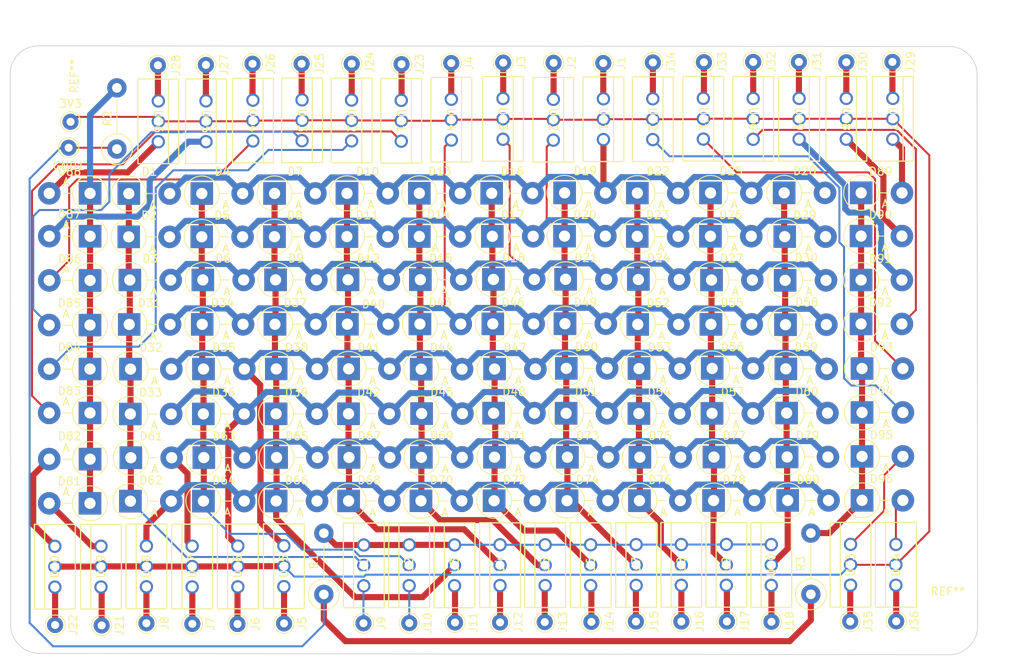
<source format=kicad_pcb>
(kicad_pcb (version 20221018) (generator pcbnew)
  (title_block (title "ECE198JS1_arcadeDisplayPCB") (date "2023-10-17") (comment 1 "Designed by: Kevin Ye"))
  (layers (0 "F.Cu" signal) (31 "B.Cu" signal) (34 "B.Paste" user) (35 "F.Paste" user) (36 "B.SilkS" user "B.Silkscreen") (37 "F.SilkS" user "F.Silkscreen") (38 "B.Mask" user) (39 "F.Mask" user) (44 "Edge.Cuts" user))
  (net 0 "")
  (net 1 "Net-(D1-K)")
  (net 2 "Net-(D1-A)")
  (net 3 "/Y3")
  (net 4 "Net-(D34-K)")
  (net 5 "Net-(D37-K)")
  (net 6 "Net-(D10-K)")
  (net 7 "Net-(D13-K)")
  (net 8 "Net-(D16-K)")
  (net 9 "Net-(D19-K)")
  (net 10 "Net-(D22-K)")
  (net 11 "Net-(D25-K)")
  (net 12 "Net-(D28-K)")
  (net 13 "Net-(D11-A)")
  (net 14 "GND")
  (net 15 "Net-(D12-A)")
  (net 16 "Net-(D31-A)")
  (net 17 "Net-(D32-A)")
  (net 18 "Net-(D33-A)")
  (net 19 "Net-(D61-A)")
  (net 20 "Net-(D62-A)")
  (net 21 "Net-(J1-Pin_1)")
  (net 22 "+3V3")
  (net 23 "Net-(U1-S)")
  (net 24 "Net-(D81-K)")
  (net 25 "Net-(D81-A)")
  (net 26 "Net-(D82-A)")
  (net 27 "Net-(D83-A)")
  (net 28 "Net-(D84-A)")
  (net 29 "Net-(D85-A)")
  (net 30 "Net-(D86-A)")
  (net 31 "Net-(D87-A)")
  (net 32 "Net-(D88-A)")
  (net 33 "Net-(D89-K)")
  (net 34 "Net-(D89-A)")
  (net 35 "Net-(D90-A)")
  (net 36 "Net-(D91-A)")
  (net 37 "Net-(D92-A)")
  (net 38 "Net-(D93-A)")
  (net 39 "Net-(D94-A)")
  (net 40 "Net-(D95-A)")
  (net 41 "Net-(D96-A)")
  (net 42 "Net-(J2-Pin_1)")
  (net 43 "Net-(J4-Pin_1)")
  (net 44 "Net-(J5-Pin_1)")
  (net 45 "Net-(J6-Pin_1)")
  (net 46 "Net-(J7-Pin_1)")
  (net 47 "Net-(J8-Pin_1)")
  (net 48 "Net-(J9-Pin_1)")
  (net 49 "Net-(J10-Pin_1)")
  (net 50 "Net-(J11-Pin_1)")
  (net 51 "Net-(J12-Pin_1)")
  (net 52 "Net-(J13-Pin_1)")
  (net 53 "Net-(J14-Pin_1)")
  (net 54 "Net-(J15-Pin_1)")
  (net 55 "Net-(J16-Pin_1)")
  (net 56 "Net-(J17-Pin_1)")
  (net 57 "Net-(J18-Pin_1)")
  (net 58 "Net-(J23-Pin_1)")
  (net 59 "Net-(J24-Pin_1)")
  (net 60 "Net-(J25-Pin_1)")
  (net 61 "Net-(J26-Pin_1)")
  (net 62 "Net-(J27-Pin_1)")
  (net 63 "Net-(J28-Pin_1)")
  (net 64 "Net-(J29-Pin_1)")
  (net 65 "Net-(J30-Pin_1)")
  (net 66 "Net-(J31-Pin_1)")
  (net 67 "Net-(J32-Pin_1)")
  (net 68 "Net-(J33-Pin_1)")
  (net 69 "Net-(J34-Pin_1)")
  (net 70 "Net-(J35-Pin_1)")
  (net 71 "Net-(J36-Pin_1)")
  (net 72 "Net-(J21-Pin_1)")
  (net 73 "Net-(J22-Pin_1)")
  (footprint "Connector_Pin:Pin_D1.0mm_L10.0mm" (layer "F.Cu") (at 114.3835 128.2734 90)
    (fp_text reference "J7")
    (fp_text value "Y7")
  )
  (footprint "Diode_THT:D_5W_P5.08mm_Vertical_AnodeUp" (layer "F.Cu") (at 151.62345 74.6634)
    (fp_text reference "D16")
    (fp_text value "LED")
  )
  (footprint "Connector_Pin:Pin_D1.0mm_L10.0mm" (layer "F.Cu") (at 164.0235 128.0224 90)
    (fp_text reference "J14")
    (fp_text value "X6")
  )
  (footprint "Diode_THT:D_5W_P5.08mm_Vertical_AnodeUp" (layer "F.Cu") (at 124.8135 112.9734)
    (fp_text reference "D66")
    (fp_text value "LED")
  )
  (footprint "Connector_Pin:Pin_D1.0mm_L10.0mm" (layer "F.Cu") (at 159.3235 58.4234 90)
    (fp_text reference "J2")
    (fp_text value "Y2")
  )
  (footprint "footprints:TO220-3_ONS" (layer "F.Cu") (at 103.0235 123.6844 90)
    (fp_text reference "U19")
    (fp_text value "FQP30N06L")
  )
  (footprint "Diode_THT:D_5W_P5.08mm_Vertical_AnodeUp" (layer "F.Cu") (at 142.85345 96.5634)
    (fp_text reference "D44")
    (fp_text value "LED")
  )
  (footprint "Diode_THT:D_5W_P5.08mm_Vertical_AnodeUp" (layer "F.Cu") (at 101.6535 102.0134 180)
    (fp_text reference "D83")
    (fp_text value "LED")
  )
  (footprint "Diode_THT:D_5W_P5.08mm_Vertical_AnodeUp" (layer "F.Cu") (at 197.573449 85.463602)
    (fp_text reference "D91")
    (fp_text value "LED")
  )
  (footprint "Diode_THT:D_5W_P5.08mm_Vertical_AnodeUp" (layer "F.Cu") (at 115.77345 96.5434)
    (fp_text reference "D35")
    (fp_text value "LED")
  )
  (footprint "footprints:TO220-3_ONS" (layer "F.Cu") (at 125.7735 123.6334 90)
    (fp_text reference "U15")
    (fp_text value "FQP30N06L")
  )
  (footprint "footprints:TO220-3_ONS" (layer "F.Cu") (at 184.1535 62.8634 -90)
    (fp_text reference "U30")
    (fp_text value "FQP30N06L")
  )
  (footprint "Diode_THT:D_5W_P5.08mm_Vertical_AnodeUp" (layer "F.Cu") (at 151.863355 102.039501)
    (fp_text reference "D48")
    (fp_text value "LED")
  )
  (footprint "Connector_Pin:Pin_D1.0mm_L10.0mm" (layer "F.Cu") (at 196.2235 127.9714 90)
    (fp_text reference "J35")
    (fp_text value "PL7")
  )
  (footprint "Diode_THT:D_5W_P5.08mm_Vertical_AnodeUp" (layer "F.Cu") (at 188.1735 91.0234)
    (fp_text reference "D58")
    (fp_text value "LED")
  )
  (footprint "Diode_THT:D_5W_P5.08mm_Vertical_AnodeUp" (layer "F.Cu") (at 133.6735 90.9634)
    (fp_text reference "D40")
    (fp_text value "LED")
  )
  (footprint "Diode_THT:D_5W_P5.08mm_Vertical_AnodeUp" (layer "F.Cu") (at 142.62345 80.0434)
    (fp_text reference "D14")
    (fp_text value "LED")
  )
  (footprint "footprints:TO220-3_ONS" (layer "F.Cu") (at 120.0435 123.6634 90)
    (fp_text reference "U16")
    (fp_text value "FQP30N06L")
  )
  (footprint "Diode_THT:D_5W_P5.08mm_Vertical_AnodeUp" (layer "F.Cu") (at 101.6535 96.543602 180)
    (fp_text reference "D84")
    (fp_text value "LED")
  )
  (footprint "Diode_THT:D_5W_P5.08mm_Vertical_AnodeUp" (layer "F.Cu") (at 169.7334 80.0334)
    (fp_text reference "D23")
    (fp_text value "LED")
  )
  (footprint "Diode_THT:D_5W_P5.08mm_Vertical_AnodeUp" (layer "F.Cu") (at 124.6135 74.6834)
    (fp_text reference "D7")
    (fp_text value "LED")
  )
  (footprint "Diode_THT:D_5W_P5.08mm_Vertical_AnodeUp" (layer "F.Cu") (at 169.9334 102.0834)
    (fp_text reference "D54")
    (fp_text value "LED")
  )
  (footprint "Diode_THT:D_5W_P5.08mm_Vertical_AnodeUp" (layer "F.Cu") (at 142.824189 112.9534)
    (fp_text reference "D70")
    (fp_text value "LED")
  )
  (footprint "Diode_THT:D_5W_P5.08mm_Vertical_AnodeUp" (layer "F.Cu") (at 101.66355 80.0134 180)
    (fp_text reference "D87")
    (fp_text value "LED")
  )
  (footprint "footprints:TO220-3_ONS" (layer "F.Cu") (at 135.7135 123.5334 90)
    (fp_text reference "U1")
    (fp_text value "FQP30N06L")
  )
  (footprint "Connector_Pin:Pin_D1.0mm_L10.0mm" (layer "F.Cu") (at 146.5935 58.4534 90)
    (fp_text reference "J4")
    (fp_text value "Y4")
  )
  (footprint "Diode_THT:D_5W_P5.08mm_Vertical_AnodeUp" (layer "F.Cu") (at 160.7435 90.9034)
    (fp_text reference "D49")
    (fp_text value "LED")
  )
  (footprint "Connector_Pin:Pin_D1.0mm_L10.0mm" (layer "F.Cu") (at 175.2135 127.9804 90)
    (fp_text reference "J16")
    (fp_text value "X8")
  )
  (footprint "Diode_THT:D_5W_P5.08mm_Vertical_AnodeUp" (layer "F.Cu") (at 197.573449 79.993804)
    (fp_text reference "D90")
    (fp_text value "LED")
  )
  (footprint "Diode_THT:D_5W_P5.08mm_Vertical_AnodeUp" (layer "F.Cu") (at 151.92345 112.9434)
    (fp_text reference "D72")
    (fp_text value "LED")
  )
  (footprint "Diode_THT:D_5W_P5.08mm_Vertical_AnodeUp" (layer "F.Cu") (at 151.7635 90.9234)
    (fp_text reference "D46")
    (fp_text value "LED")
  )
  (footprint "Connector_Pin:Pin_D1.0mm_L10.0mm" (layer "F.Cu") (at 184.1535 58.3134 90)
    (fp_text reference "J32")
    (fp_text value "PL4")
  )
  (footprint "footprints:TO220-3_ONS" (layer "F.Cu") (at 201.5235 62.8534 -90)
    (fp_text reference "U27")
    (fp_text value "FQP30N06L")
  )
  (footprint "Connector_Pin:Pin_D1.0mm_L10.0mm" (layer "F.Cu") (at 201.4735 58.3134 90)
    (fp_text reference "J29")
    (fp_text value "PL1")
  )
  (footprint "Connector_Pin:Pin_D1.0mm_L10.0mm" (layer "F.Cu") (at 152.6635 128.0834 90)
    (fp_text reference "J12")
    (fp_text value "X4")
  )
  (footprint "Diode_THT:D_5W_P5.08mm_Vertical_AnodeUp" (layer "F.Cu") (at 160.68345 80.0034)
    (fp_text reference "D20")
    (fp_text value "LED")
  )
  (footprint "Diode_THT:D_5W_P5.08mm_Vertical_AnodeUp" (layer "F.Cu") (at 178.96921 85.4634)
    (fp_text reference "D27")
    (fp_text value "LED")
  )
  (footprint "Diode_THT:D_5W_P5.08mm_Vertical_AnodeUp" (layer "F.Cu") (at 133.83345 96.5234)
    (fp_text reference "D41")
    (fp_text value "LED")
  )
  (footprint "Connector_Pin:Pin_D1.0mm_L10.0mm" (layer "F.Cu") (at 103.1034 128.4634 90)
    (fp_text reference "J21")
    (fp_text value "PL1")
  )
  (footprint "Diode_THT:D_5W_P5.08mm_Vertical_AnodeUp" (layer "F.Cu") (at 188.129688 85.502994)
    (fp_text reference "D30")
    (fp_text value "LED")
  )
  (footprint "Connector_Pin:Pin_D1.0mm_L10.0mm" (layer "F.Cu") (at 110.1035 58.7334 90)
    (fp_text reference "J28")
    (fp_text value "PL8")
  )
  (footprint "Connector_Pin:Pin_D1.0mm_L10.0mm" (layer "F.Cu") (at 180.8835 127.9714 90)
    (fp_text reference "J17")
    (fp_text value "X9")
  )
  (footprint "Diode_THT:D_5W_P5.08mm_Vertical_AnodeUp" (layer "F.Cu") (at 179.05345 96.4734)
    (fp_text reference "D56")
    (fp_text value "LED")
  )
  (footprint "Diode_THT:D_5W_P5.08mm_Vertical_AnodeUp" (layer "F.Cu") (at 179.2735 107.5034)
    (fp_text reference "D77")
    (fp_text value "LED")
  )
  (footprint "footprints:TO220-3_ONS" (layer "F.Cu") (at 108.6735 123.6534 90)
    (fp_text reference "U18")
    (fp_text value "FQP30N06L")
  )
  (footprint "Diode_THT:D_5W_P5.08mm_Vertical_AnodeUp" (layer "F.Cu") (at 101.6535 113.2634 180)
    (fp_text reference "D81")
    (fp_text value "LED")
  )
  (footprint "Diode_THT:D_5W_P5.08mm_Vertical_AnodeUp" (layer "F.Cu") (at 106.67345 102.1434)
    (fp_text reference "D33")
    (fp_text value "LED")
  )
  (footprint "footprints:TO220-3_ONS" (layer "F.Cu") (at 195.7335 62.8534 -90)
    (fp_text reference "U28")
    (fp_text value "FQP30N06L")
  )
  (footprint "Diode_THT:D_5W_P5.08mm_Vertical_AnodeUp" (layer "F.Cu") (at 179.03345 102.0634)
    (fp_text reference "D57")
    (fp_text value "LED")
  )
  (footprint "Connector_Pin:Pin_D1.0mm_L10.0mm" (layer "F.Cu") (at 141.3735 128.1724 90)
    (fp_text reference "J10")
    (fp_text value "X2")
  )
  (footprint "Diode_THT:D_5W_P5.08mm_Vertical_AnodeUp" (layer "F.Cu") (at 124.73926 85.4434)
    (fp_text reference "D9")
    (fp_text value "LED")
  )
  (footprint "Diode_THT:D_5W_P5.08mm_Vertical_AnodeUp" (layer "F.Cu") (at 124.6035 80.0734)
    (fp_text reference "D8")
    (fp_text value "LED")
  )
  (footprint "Diode_THT:D_5W_P5.08mm_Vertical_AnodeUp" (layer "F.Cu") (at 142.90345 102.0934)
    (fp_text reference "D45")
    (fp_text value "LED")
  )
  (footprint "Diode_THT:D_5W_P5.08mm_Vertical_AnodeUp" (layer "F.Cu") (at 169.86916 85.4034)
    (fp_text reference "D24")
    (fp_text value "LED")
  )
  (footprint "Diode_THT:D_5W_P5.08mm_Vertical_AnodeUp" (layer "F.Cu") (at 151.97345 107.5234)
    (fp_text reference "D71")
    (fp_text value "LED")
  )
  (footprint "Diode_THT:D_5W_P5.08mm_Vertical_AnodeUp" (layer "F.Cu") (at 151.70345 80.0234)
    (fp_text reference "D17")
    (fp_text value "LED")
  )
  (footprint "Connector_Pin:Pin_D1.0mm_L10.0mm" (layer "F.Cu") (at 195.7335 58.3534 90)
    (fp_text reference "J30")
    (fp_text value "PL2")
  )
  (footprint "footprints:TO220-3_ONS" (layer "F.Cu") (at 116.0835 63.16278 -90)
    (fp_text reference "U25")
    (fp_text value "FQP30N06L")
  )
  (footprint "Diode_THT:D_5W_P5.08mm_Vertical_AnodeUp" (layer "F.Cu") (at 115.68921 85.4534)
    (fp_text reference "D6")
    (fp_text value "LED")
  )
  (footprint "Connector_Pin:Pin_D1.0mm_L10.0mm" (layer "F.Cu") (at 178.0235 58.3534 90)
    (fp_text reference "J33")
    (fp_text value "PL5")
  )
  (footprint "Diode_THT:D_5W_P5.08mm_Vertical_AnodeUp" (layer "F.Cu") (at 106.73345 107.5834)
    (fp_text reference "D61")
    (fp_text value "LED")
  )
  (footprint "footprints:TO220-3_ONS" (layer "F.Cu") (at 121.92085 63.0734 -90)
    (fp_text reference "U24")
    (fp_text value "FQP30N06L")
  )
  (footprint "Connector_Pin:Pin_D1.0mm_L10.0mm" (layer "F.Cu") (at 169.5635 127.9814 90)
    (fp_text reference "J15")
    (fp_text value "X7")
  )
  (footprint "Connector_Pin:Pin_D1.0mm_L10.0mm" (layer "F.Cu") (at 99.235662 65.768089 180)
    (fp_text reference "3V3")
    (fp_text value "3V3")
  )
  (footprint "Diode_THT:D_5W_P5.08mm_Vertical_AnodeUp" (layer "F.Cu") (at 197.693449 101.953602)
    (fp_text reference "D94")
    (fp_text value "LED")
  )
  (footprint "Diode_THT:D_5W_P5.08mm_Vertical_AnodeUp" (layer "F.Cu") (at 142.624189 74.6634)
    (fp_text reference "D13")
    (fp_text value "LED")
  )
  (footprint "Diode_THT:D_5W_P5.08mm_Vertical_AnodeUp" (layer "F.Cu") (at 133.82345 112.9634)
    (fp_text reference "D68")
    (fp_text value "LED")
  )
  (footprint "Connector_Pin:Pin_D1.0mm_L10.0mm" (layer "F.Cu") (at 121.8735 58.5434 90)
    (fp_text reference "J26")
    (fp_text value "PL6")
  )
  (footprint "footprints:TO220-3_ONS" (layer "F.Cu") (at 171.6635 62.9034 -90)
    (fp_text reference "U32")
    (fp_text value "FQP30N06L")
  )
  (footprint "Diode_THT:D_5W_P5.08mm_Vertical_AnodeUp" (layer "F.Cu") (at 133.62345 74.6734)
    (fp_text reference "D10")
    (fp_text value "LED")
  )
  (footprint "Diode_THT:D_5W_P5.08mm_Vertical_AnodeUp" (layer "F.Cu") (at 115.55345 80.0834)
    (fp_text reference "D5")
    (fp_text value "LED")
  )
  (footprint "Connector_Pin:Pin_D1.0mm_L10.0mm" (layer "F.Cu") (at 134.2135 58.5434 90)
    (fp_text reference "J24")
    (fp_text value "PL4")
  )
  (footprint "Diode_THT:D_5W_P5.08mm_Vertical_AnodeUp" (layer "F.Cu") (at 115.6135 90.9834)
    (fp_text reference "D34")
    (fp_text value "LED")
  )
  (footprint "Diode_THT:D_5W_P5.08mm_Vertical_AnodeUp" (layer "F.Cu") (at 124.8635 107.5634)
    (fp_text reference "D65")
    (fp_text value "LED")
  )
  (footprint "Connector_Pin:Pin_D1.0mm_L10.0mm" (layer "F.Cu") (at 99 69)
    (fp_text reference "GND1")
    (fp_text value "GND")
  )
  (footprint "Connector_Pin:Pin_D1.0mm_L10.0mm" (layer "F.Cu") (at 125.7935 128.2134 90)
    (fp_text reference "J5")
    (fp_text value "Y5")
  )
  (footprint "Diode_THT:D_5W_P5.08mm_Vertical_AnodeUp" (layer "F.Cu") (at 115.56345 74.6934)
    (fp_text reference "D4")
    (fp_text value "LED")
  )
  (footprint "Diode_THT:D_5W_P5.08mm_Vertical_AnodeUp" (layer "F.Cu") (at 115.76345 112.9834)
    (fp_text reference "D64")
    (fp_text value "LED")
  )
  (footprint "Diode_THT:D_5W_P5.08mm_Vertical_AnodeUp" (layer "F.Cu") (at 160.99345 112.9334)
    (fp_text reference "D74")
    (fp_text value "LED")
  )
  (footprint "Connector_Pin:Pin_D1.0mm_L10.0mm" (layer "F.Cu") (at 147.0635 128.1024 90)
    (fp_text reference "J11")
    (fp_text value "X3")
  )
  (footprint "Diode_THT:D_5W_P5.08mm_Vertical_AnodeUp" (layer "F.Cu") (at 151.83921 85.3934)
    (fp_text reference "D18")
    (fp_text value "LED")
  )
  (footprint "Diode_THT:D_5W_P5.08mm_Vertical_AnodeUp" (layer "F.Cu") (at 106.47345 80.0934)
    (fp_text reference "D2")
    (fp_text value "LED")
  )
  (footprint "Diode_THT:D_5W_P5.08mm_Vertical_AnodeUp" (layer "F.Cu") (at 161.04345 107.5234)
    (fp_text reference "D73")
    (fp_text value "LED")
  )
  (footprint "Resistor_THT:R_Axial_DIN0411_L9.9mm_D3.6mm_P7.62mm_Vertical" (layer "F.Cu") (at 130.7435 124.6034 90)
    (fp_text reference "R1")
    (fp_text value "R_US")
  )
  (footprint "Diode_THT:D_5W_P5.08mm_Vertical_AnodeUp" (layer "F.Cu") (at 133.74921 85.4334)
    (fp_text reference "D12")
    (fp_text value "LED")
  )
  (footprint "Diode_THT:D_5W_P5.08mm_Vertical_AnodeUp" (layer "F.Cu") (at 178.84345 74.6234)
    (fp_text reference "D25")
    (fp_text value "LED")
  )
  (footprint "Diode_THT:D_5W_P5.08mm_Vertical_AnodeUp" (layer "F.Cu") (at 106.68345 112.9934)
    (fp_text reference "D62")
    (fp_text value "LED")
  )
  (footprint "Diode_THT:D_5W_P5.08mm_Vertical_AnodeUp" (layer "F.Cu") (at 188.44345 112.9034)
    (fp_text reference "D80")
    (fp_text value "LED")
  )
  (footprint "Diode_THT:D_5W_P5.08mm_Vertical_AnodeUp" (layer "F.Cu") (at 169.9534 96.4934)
    (fp_text reference "D53")
    (fp_text value "LED")
  )
  (footprint "Resistor_THT:R_Axial_DIN0411_L9.9mm_D3.6mm_P7.62mm_Vertical" (layer "F.Cu") (at 105.0035 69.1634 90)
    (fp_text reference "R2")
    (fp_text value "R_US")
  )
  (footprint "Diode_THT:D_5W_P5.08mm_Vertical_AnodeUp" (layer "F.Cu") (at 106.69345 96.5534)
    (fp_text reference "D32")
    (fp_text value "LED")
  )
  (footprint "Diode_THT:D_5W_P5.08mm_Vertical_AnodeUp" (layer "F.Cu") (at 133.87345 107.5534)
    (fp_text reference "D67")
    (fp_text value "LED")
  )
  (footprint "footprints:TO220-3_ONS" (layer "F.Cu") (at 134.1935 63.0634 -90)
    (fp_text reference "U22")
    (fp_text value "FQP30N06L")
  )
  (footprint "footprints:TO220-3_ONS" (layer "F.Cu") (at 186.4035 123.4814 90)
    (fp_text reference "U10")
    (fp_text value "FQP30N06L")
  )
  (footprint "Diode_THT:D_5W_P5.08mm_Vertical_AnodeUp" (layer "F.Cu") (at 188.00345 74.6134)
    (fp_text reference "D28")
    (fp_text value "LED")
  )
  (footprint "footprints:TO220-3_ONS" (layer "F.Cu") (at 128.0335 63.0434 -90)
    (fp_text reference "U23")
    (fp_text value "FQP30N06L")
  )
  (footprint "footprints:TO220-3_ONS" (layer "F.Cu") (at 189.8635 62.8534 -90)
    (fp_text reference "U29")
    (fp_text value "FQP30N06L")
  )
  (footprint "Diode_THT:D_5W_P5.08mm_Vertical_AnodeUp" (layer "F.Cu") (at 160.88345 102.0534)
    (fp_text reference "D51")
    (fp_text value "LED")
  )
  (footprint "Connector_Pin:Pin_D1.0mm_L10.0mm" (layer "F.Cu") (at 189.8435 58.3134 90)
    (fp_text reference "J31")
    (fp_text value "PL3")
  )
  (footprint "footprints:TO220-3_ONS" (layer "F.Cu") (at 152.6635 123.5034 90)
    (fp_text reference "U4")
    (fp_text value "FQP30N06L")
  )
  (footprint "Diode_THT:D_5W_P5.08mm_Vertical_AnodeUp" (layer "F.Cu") (at 151.98345 96.5434)
    (fp_text reference "D47")
    (fp_text value "LED")
  )
  (footprint "Diode_THT:D_5W_P5.08mm_Vertical_AnodeUp" (layer "F.Cu") (at 133.81345 102.1134)
    (fp_text reference "D42")
    (fp_text value "LED")
  )
  (footprint "Connector_Pin:Pin_D1.0mm_L10.0mm" (layer "F.Cu") (at 186.4235 128.0104 90)
    (fp_text reference "J18")
    (fp_text value "X10")
  )
  (footprint "Connector_Pin:Pin_D1.0mm_L10.0mm" (layer "F.Cu") (at 120.0035 128.2934 90)
    (fp_text reference "J6")
    (fp_text value "Y6")
  )
  (footprint "Diode_THT:D_5W_P5.08mm_Vertical_AnodeUp" (layer "F.Cu") (at 197.583449 74.6134)
    (fp_text reference "D89")
    (fp_text value "LED")
  )
  (footprint "footprints:TO220-3_ONS" (layer "F.Cu") (at 110.1535 63.17178 -90)
    (fp_text reference "U26")
    (fp_text value "FQP30N06L")
  )
  (footprint "Diode_THT:D_5W_P5.08mm_Vertical_AnodeUp" (layer "F.Cu") (at 124.66355 90.9734)
    (fp_text reference "D37")
    (fp_text value "LED")
  )
  (footprint "Diode_THT:D_5W_P5.08mm_Vertical_AnodeUp" (layer "F.Cu") (at 142.6935 90.9434)
    (fp_text reference "D43")
    (fp_text value "LED")
  )
  (footprint "Diode_THT:D_5W_P5.08mm_Vertical_AnodeUp" (layer "F.Cu") (at 197.573449 90.9334)
    (fp_text reference "D92")
    (fp_text value "LED")
  )
  (footprint "Diode_THT:D_5W_P5.08mm_Vertical_AnodeUp" (layer "F.Cu") (at 106.48345 74.7034)
    (fp_text reference "D1")
    (fp_text value "LED")
  )
  (footprint "footprints:TO220-3_ONS" (layer "F.Cu") (at 163.9335 123.5024 90)
    (fp_text reference "U6")
    (fp_text value "FQP30N06L")
  )
  (footprint "footprints:TO220-3_ONS" (layer "F.Cu") (at 201.9035 123.4614 90)
    (fp_text reference "U34")
    (fp_text value "FQP30N06L")
  )
  (footprint "Diode_THT:D_5W_P5.08mm_Vertical_AnodeUp" (layer "F.Cu") (at 178.83345 80.0134)
    (fp_text reference "D26")
    (fp_text value "LED")
  )
  (footprint "footprints:TO220-3_ONS" (layer "F.Cu") (at 146.6035 62.9634 -90)
    (fp_text reference "U14")
    (fp_text value "FQP30N06L")
  )
  (footprint "Diode_THT:D_5W_P5.08mm_Vertical_AnodeUp" (layer "F.Cu") (at 142.749949 85.4234)
    (fp_text reference "D15")
    (fp_text value "LED")
  )
  (footprint "Connector_Pin:Pin_D1.0mm_L10.0mm" (layer "F.Cu") (at 165.5035 58.4534 90)
    (fp_text reference "J1")
    (fp_text value "Y1")
  )
  (footprint "Diode_THT:D_5W_P5.08mm_Vertical_AnodeUp" (layer "F.Cu") (at 101.66355 85.5134 180)
    (fp_text reference "D86")
    (fp_text value "LED")
  )
  (footprint "Diode_THT:D_5W_P5.08mm_Vertical_AnodeUp" (layer "F.Cu") (at 124.8035 102.1234)
    (fp_text reference "D39")
    (fp_text value "LED")
  )
  (footprint "Diode_THT:D_5W_P5.08mm_Vertical_AnodeUp" (layer "F.Cu") (at 197.693449 107.4234)
    (fp_text reference "D95")
    (fp_text value "LED")
  )
  (footprint "footprints:TO220-3_ONS" (layer "F.Cu") (at 180.8135 123.4624 90)
    (fp_text reference "U9")
    (fp_text value "FQP30N06L")
  )
  (footprint "Connector_Pin:Pin_D1.0mm_L10.0mm" (layer "F.Cu") (at 116.0735 58.6834 90)
    (fp_text reference "J27")
    (fp_text value "PL7")
  )
  (footprint "Diode_THT:D_5W_P5.08mm_Vertical_AnodeUp" (layer "F.Cu") (at 197.693449 112.893198)
    (fp_text reference "D96")
    (fp_text value "LED")
  )
  (footprint "Resistor_THT:R_Axial_DIN0411_L9.9mm_D3.6mm_P7.62mm_Vertical" (layer "F.Cu") (at 191.3235 124.5914 90)
    (fp_text reference "R3")
    (fp_text value "R_US")
  )
  (footprint "footprints:TO220-3_ONS" (layer "F.Cu") (at 177.9535 62.8434 -90)
    (fp_text reference "U31")
    (fp_text value "FQP30N06L")
  )
  (footprint "Diode_THT:D_5W_P5.08mm_Vertical_AnodeUp" (layer "F.Cu") (at 115.81345 107.5734)
    (fp_text reference "D63")
    (fp_text value "LED")
  )
  (footprint "Diode_THT:D_5W_P5.08mm_Vertical_AnodeUp" (layer "F.Cu") (at 101.6535 91.073804 180)
    (fp_text reference "D85")
    (fp_text value "LED")
  )
  (footprint "Diode_THT:D_5W_P5.08mm_Vertical_AnodeUp" (layer "F.Cu") (at 178.8935 90.9834)
    (fp_text reference "D55")
    (fp_text value "LED")
  )
  (footprint "footprints:TO220-3_ONS" (layer "F.Cu") (at 153.0335 62.8644 -90)
    (fp_text reference "U13")
    (fp_text value "FQP30N06L")
  )
  (footprint "Connector_Pin:Pin_D1.0mm_L10.0mm" (layer "F.Cu") (at 158.2235 128.0524 90)
    (fp_text reference "J13")
    (fp_text value "X5")
  )
  (footprint "Diode_THT:D_5W_P5.08mm_Vertical_AnodeUp" (layer "F.Cu") (at 188.21345 96.5234)
    (fp_text reference "D59")
    (fp_text value "LED")
  )
  (footprint "Diode_THT:D_5W_P5.08mm_Vertical_AnodeUp" (layer "F.Cu") (at 188.37345 107.4934)
    (fp_text reference "D79")
    (fp_text value "LED")
  )
  (footprint "footprints:TO220-3_ONS" (layer "F.Cu") (at 165.5235 62.9034 -90)
    (fp_text reference "U11")
    (fp_text value "FQP30N06L")
  )
  (footprint "Diode_THT:D_5W_P5.08mm_Vertical_AnodeUp" (layer "F.Cu") (at 169.79345 90.993804)
    (fp_text reference "D52")
    (fp_text value "LED")
  )
  (footprint "Diode_THT:D_5W_P5.08mm_Vertical_AnodeUp" (layer "F.Cu") (at 101.6635 74.6734 180)
    (fp_text reference "D88")
    (fp_text value "LED")
  )
  (footprint "Diode_THT:D_5W_P5.08mm_Vertical_AnodeUp" (layer "F.Cu") (at 106.5335 90.9934)
    (fp_text reference "D31")
    (fp_text value "LED")
  )
  (footprint "Diode_THT:D_5W_P5.08mm_Vertical_AnodeUp" (layer "F.Cu") (at 170.05345 107.5234)
    (fp_text reference "D75")
    (fp_text value "LED")
  )
  (footprint "MountingHole:MountingHole_3.2mm_M3" (layer "F.Cu") (at 95.507139 60.087699 -90)
    (fp_text reference "REF**")
    (fp_text value "MountingHole_3.2mm_M3")
  )
  (footprint "Diode_THT:D_5W_P5.08mm_Vertical_AnodeUp" (layer "F.Cu") (at 160.69345 74.6134)
    (fp_text reference "D19")
    (fp_text value "LED")
  )
  (footprint "Connector_Pin:Pin_D1.0mm_L10.0mm" (layer "F.Cu") (at 201.9435 127.9504 90)
    (fp_text reference "J36")
    (fp_text value "PL8")
  )
  (footprint "footprints:TO220-3_ONS" (layer "F.Cu") (at 196.2635 123.4514 90)
    (fp_text reference "U33")
    (fp_text value "FQP30N06L")
  )
  (footprint "Diode_THT:D_5W_P5.08mm_Vertical_AnodeUp" (layer "F.Cu") (at 197.693449 96.483804)
    (fp_text reference "D93")
    (fp_text value "LED")
  )
  (footprint "footprints:TO220-3_ONS" (layer "F.Cu") (at 169.5935 123.4824 90)
    (fp_text reference "U7")
    (fp_text value "FQP30N06L")
  )
  (footprint "Connector_Pin:Pin_D1.0mm_L10.0mm" (layer "F.Cu") (at 127.9835 58.5434 90)
    (fp_text reference "J25")
    (fp_text value "PL5")
  )
  (footprint "Diode_THT:D_5W_P5.08mm_Vertical_AnodeUp" (layer "F.Cu") (at 188.31345 102.0234)
    (fp_text reference "D60")
    (fp_text value "LED")
  )
  (footprint "footprints:TO220-3_ONS" (layer "F.Cu") (at 114.3635 123.6734 90)
    (fp_text reference "U17")
    (fp_text value "FQP30N06L")
  )
  (footprint "Diode_THT:D_5W_P5.08mm_Vertical_AnodeUp" (layer "F.Cu") (at 160.90345 96.4634)
    (fp_text reference "D50")
    (fp_text value "LED")
  )
  (footprint "Diode_THT:D_5W_P5.08mm_Vertical_AnodeUp" (layer "F.Cu") (at 133.61345 80.0634)
    (fp_text reference "D11")
    (fp_text value "LED")
  )
  (footprint "footprints:TO220-3_ONS" (layer "F.Cu") (at 175.2135 123.4724 90)
    (fp_text reference "U8")
    (fp_text value "FQP30N06L")
  )
  (footprint "Diode_THT:D_5W_P5.08mm_Vertical_AnodeUp" (layer "F.Cu") (at 106.60921 85.4634)
    (fp_text reference "D3")
    (fp_text value "LED")
  )
  (footprint "Diode_THT:D_5W_P5.08mm_Vertical_AnodeUp" (layer "F.Cu") (at 169.7434 74.6434)
    (fp_text reference "D22")
    (fp_text value "LED")
  )
  (footprint "Diode_THT:D_5W_P5.08mm_Vertical_AnodeUp" (layer "F.Cu") (at 142.874189 107.5434)
    (fp_text reference "D69")
    (fp_text value "LED")
  )
  (footprint "Diode_THT:D_5W_P5.08mm_Vertical_AnodeUp" (layer "F.Cu") (at 115.75345 102.1334)
    (fp_text reference "D36")
    (fp_text value "LED")
  )
  (footprint "Connector_Pin:Pin_D1.0mm_L10.0mm" (layer "F.Cu") (at 171.6735 58.3834 90)
    (fp_text reference "J34")
    (fp_text value "PL6")
  )
  (footprint "Connector_Pin:Pin_D1.0mm_L10.0mm" (layer "F.Cu") (at 135.6735 128.1934 90)
    (fp_text reference "J9")
    (fp_text value "X1")
  )
  (footprint "MountingHole:MountingHole_3.2mm_M3" (layer "F.Cu") (at 208.3689 128.440076)
    (fp_text reference "REF**")
    (fp_text value "MountingHole_3.2mm_M3")
  )
  (footprint "Connector_Pin:Pin_D1.0mm_L10.0mm" (layer "F.Cu") (at 153.0535 58.4034 90)
    (fp_text reference "J3")
    (fp_text value "Y3")
  )
  (footprint "footprints:TO220-3_ONS" (layer "F.Cu") (at 147.0035 123.5224 90)
    (fp_text reference "U3")
    (fp_text value "FQP30N06L")
  )
  (footprint "Diode_THT:D_5W_P5.08mm_Vertical_AnodeUp" (layer "F.Cu") (at 170.00345 112.9334)
    (fp_text reference "D76")
    (fp_text value "LED")
  )
  (footprint "Diode_THT:D_5W_P5.08mm_Vertical_AnodeUp" (layer "F.Cu") (at 101.66355 107.7634 180)
    (fp_text reference "D82")
    (fp_text value "LED")
  )
  (footprint "footprints:TO220-3_ONS" (layer "F.Cu") (at 140.3735 63.1024 -90)
    (fp_text reference "U21")
    (fp_text value "FQP30N06L")
  )
  (footprint "Diode_THT:D_5W_P5.08mm_Vertical_AnodeUp" (layer "F.Cu") (at 188.07345 80.0634)
    (fp_text reference "D29")
    (fp_text value "LED")
  )
  (footprint "Diode_THT:D_5W_P5.08mm_Vertical_AnodeUp" (layer "F.Cu") (at 160.81921 85.3734)
    (fp_text reference "D21")
    (fp_text value "LED")
  )
  (footprint "Diode_THT:D_5W_P5.08mm_Vertical_AnodeUp" (layer "F.Cu") (at 124.8235 96.5334)
    (fp_text reference "D38")
    (fp_text value "LED")
  )
  (footprint "Connector_Pin:Pin_D1.0mm_L10.0mm" (layer "F.Cu") (at 140.4135 58.5934 90)
    (fp_text reference "J23")
    (fp_text value "PL3")
  )
  (footprint "footprints:TO220-3_ONS" (layer "F.Cu") (at 141.3535 123.5134 90)
    (fp_text reference "U2")
    (fp_text value "FQP30N06L")
  )
  (footprint "Diode_THT:D_5W_P5.08mm_Vertical_AnodeUp" (layer "F.Cu") (at 179.2235 112.9134)
    (fp_text reference "D78")
    (fp_text value "LED")
  )
  (footprint "Connector_Pin:Pin_D1.0mm_L10.0mm" (layer "F.Cu") (at 108.6735 128.1934 90)
    (fp_text reference "J8")
    (fp_text value "Y8")
  )
  (footprint "footprints:TO220-3_ONS" (layer "F.Cu") (at 158.2735 123.5024 90)
    (fp_text reference "U5")
    (fp_text value "FQP30N06L")
  )
  (footprint "Connector_Pin:Pin_D1.0mm_L10.0mm" (layer "F.Cu") (at 97.3134 128.4134 90)
    (fp_text reference "J22")
    (fp_text value "PL2")
  )
  (footprint "footprints:TO220-3_ONS" (layer "F.Cu") (at 97.2835 123.6934 90)
    (fp_text reference "U20")
    (fp_text value "FQP30N06L")
  )
  (footprint "footprints:TO220-3_ONS" (layer "F.Cu") (at 159.2935 62.9734 -90)
    (fp_text reference "U12")
    (fp_text value "FQP30N06L")
  )
  (gr_line (start 208.500911 132.108751) (end 95.331739 131.937129) (stroke (width 0.1)) (layer "Edge.Cuts"))
  (gr_arc (start 91.719488 59.82) (mid 92.768998 57.31657) (end 95.29 56.310001) (stroke (width 0.1)) (layer "Edge.Cuts"))
  (gr_line (start 91.781739 128.387129) (end 91.719488 59.82) (stroke (width 0.1)) (layer "Edge.Cuts"))
  (gr_line (start 95.29 56.310001) (end 208.51 56.39) (stroke (width 0.1)) (layer "Edge.Cuts"))
  (gr_line (start 212 59.88) (end 212.076998 128.532664) (stroke (width 0.1)) (layer "Edge.Cuts"))
  (gr_arc (start 95.331739 131.937129) (mid 92.821501 130.897367) (end 91.781739 128.387129) (stroke (width 0.1)) (layer "Edge.Cuts"))
  (gr_arc (start 208.51 56.39) (mid 210.977803 57.412197) (end 212 59.88) (stroke (width 0.1)) (layer "Edge.Cuts"))
  (gr_arc (start 212.076998 128.532664) (mid 211.029586 131.061339) (end 208.500911 132.108751) (stroke (width 0.1)) (layer "Edge.Cuts"))
  (segment (start 106.69345 102.1234) (end 106.67345 102.1434) (width 0.762) (layer "F.Cu") (net 1))
  (segment (start 106.60921 85.4634) (end 106.60921 90.91769) (width 0.762) (layer "F.Cu") (net 1))
  (segment (start 106.48345 80.0834) (end 106.47345 80.0934) (width 0.762) (layer "F.Cu") (net 1))
  (segment (start 106.48345 74.7034) (end 106.48345 80.0834) (width 0.762) (layer "F.Cu") (net 1))
  (segment (start 106.67345 102.1434) (end 106.67345 107.5234) (width 0.762) (layer "F.Cu") (net 1))
  (segment (start 106.5335 90.9934) (end 106.5335 96.39345) (width 0.762) (layer "F.Cu") (net 1))
  (segment (start 106.73345 112.9434) (end 106.68345 112.9934) (width 0.762) (layer "F.Cu") (net 1))
  (segment (start 106.47345 80.0934) (end 106.47345 85.32764) (width 0.762) (layer "F.Cu") (net 1))
  (segment (start 106.67345 107.5234) (end 106.73345 107.5834) (width 0.762) (layer "F.Cu") (net 1))
  (segment (start 106.47345 85.32764) (end 106.60921 85.4634) (width 0.762) (layer "F.Cu") (net 1))
  (segment (start 106.5335 96.39345) (end 106.69345 96.5534) (width 0.762) (layer "F.Cu") (net 1))
  (segment (start 106.60921 90.91769) (end 106.5335 90.9934) (width 0.762) (layer "F.Cu") (net 1))
  (segment (start 106.69345 96.5534) (end 106.69345 102.1234) (width 0.762) (layer "F.Cu") (net 1))
  (segment (start 106.73345 107.5834) (end 106.73345 112.9434) (width 0.762) (layer "F.Cu") (net 1))
  (segment (start 134.663 119.9429) (end 113.63295 119.9429) (width 0.25) (layer "B.Cu") (net 1))
  (segment (start 135.7135 120.9934) (end 134.663 119.9429) (width 0.25) (layer "B.Cu") (net 1))
  (segment (start 113.63295 119.9429) (end 106.68345 112.9934) (width 0.25) (layer "B.Cu") (net 1))
  (segment (start 165.5235 74.36345) (end 165.77345 74.6134) (width 0.762) (layer "F.Cu") (net 2))
  (segment (start 165.5235 67.9834) (end 165.5235 74.36345) (width 0.762) (layer "F.Cu") (net 2))
  (segment (start 165.77345 74.6134) (end 167.72445 72.6624) (width 0.762) (layer "B.Cu") (net 2))
  (segment (start 140.69445 72.6824) (end 145.723189 72.6824) (width 0.762) (layer "B.Cu") (net 2))
  (segment (start 118.66245 72.7124) (end 120.64345 74.6934) (width 0.762) (layer "B.Cu") (net 2))
  (segment (start 156.70345 74.6634) (end 158.73445 72.6324) (width 0.762) (layer "B.Cu") (net 2))
  (segment (start 120.64345 74.6934) (end 122.64445 72.6924) (width 0.762) (layer "B.Cu") (net 2))
  (segment (start 174.8234 74.6434) (end 176.8244 72.6424) (width 0.762) (layer "B.Cu") (net 2))
  (segment (start 167.72445 72.6624) (end 172.8424 72.6624) (width 0.762) (layer "B.Cu") (net 2))
  (segment (start 136.72245 72.6924) (end 138.70345 74.6734) (width 0.762) (layer "B.Cu") (net 2))
  (segment (start 122.64445 72.6924) (end 127.7025 72.6924) (width 0.762) (layer "B.Cu") (net 2))
  (segment (start 129.6935 74.6834) (end 131.6845 72.6924) (width 0.762) (layer "B.Cu") (net 2))
  (segment (start 191.10245 72.6324) (end 193.08345 74.6134) (width 0.762) (layer "B.Cu") (net 2))
  (segment (start 147.704189 74.6634) (end 149.685189 72.6824) (width 0.762) (layer "B.Cu") (net 2))
  (segment (start 138.70345 74.6734) (end 140.69445 72.6824) (width 0.762) (layer "B.Cu") (net 2))
  (segment (start 149.685189 72.6824) (end 154.72245 72.6824) (width 0.762) (layer "B.Cu") (net 2))
  (segment (start 145.723189 72.6824) (end 147.704189 74.6634) (width 0.762) (layer "B.Cu") (net 2))
  (segment (start 111.56345 74.7034) (end 113.55445 72.7124) (width 0.762) (layer "B.Cu") (net 2))
  (segment (start 127.7025 72.6924) (end 129.6935 74.6834) (width 0.762) (layer "B.Cu") (net 2))
  (segment (start 181.94245 72.6424) (end 183.92345 74.6234) (width 0.762) (layer "B.Cu") (net 2))
  (segment (start 183.92345 74.6234) (end 185.91445 72.6324) (width 0.762) (layer "B.Cu") (net 2))
  (segment (start 172.8424 72.6624) (end 174.8234 74.6434) (width 0.762) (layer "B.Cu") (net 2))
  (segment (start 176.8244 72.6424) (end 181.94245 72.6424) (width 0.762) (layer "B.Cu") (net 2))
  (segment (start 163.79245 72.6324) (end 165.77345 74.6134) (width 0.762) (layer "B.Cu") (net 2))
  (segment (start 158.73445 72.6324) (end 163.79245 72.6324) (width 0.762) (layer "B.Cu") (net 2))
  (segment (start 131.6845 72.6924) (end 136.72245 72.6924) (width 0.762) (layer "B.Cu") (net 2))
  (segment (start 154.72245 72.6824) (end 156.70345 74.6634) (width 0.762) (layer "B.Cu") (net 2))
  (segment (start 185.91445 72.6324) (end 191.10245 72.6324) (width 0.762) (layer "B.Cu") (net 2))
  (segment (start 113.55445 72.7124) (end 118.66245 72.7124) (width 0.762) (layer "B.Cu") (net 2))
  (segment (start 153.0535 58.4034) (end 153.0535 62.8444) (width 0.762) (layer "F.Cu") (net 3))
  (segment (start 153.0535 62.8444) (end 153.0335 62.8644) (width 0.762) (layer "F.Cu") (net 3))
  (segment (start 115.77345 102.1134) (end 115.75345 102.1334) (width 0.762) (layer "F.Cu") (net 4))
  (segment (start 115.68921 90.90769) (end 115.6135 90.9834) (width 0.762) (layer "F.Cu") (net 4))
  (segment (start 115.68921 85.4534) (end 115.68921 90.90769) (width 0.762) (layer "F.Cu") (net 4))
  (segment (start 115.81345 107.5734) (end 115.81345 112.9334) (width 0.762) (layer "F.Cu") (net 4))
  (segment (start 115.56345 74.6934) (end 115.56345 80.0734) (width 0.762) (layer "F.Cu") (net 4))
  (segment (start 115.55345 80.0834) (end 115.55345 85.31764) (width 0.762) (layer "F.Cu") (net 4))
  (segment (start 115.6135 90.9834) (end 115.6135 96.38345) (width 0.762) (layer "F.Cu") (net 4))
  (segment (start 115.55345 85.31764) (end 115.68921 85.4534) (width 0.762) (layer "F.Cu") (net 4))
  (segment (start 115.56345 80.0734) (end 115.55345 80.0834) (width 0.762) (layer "F.Cu") (net 4))
  (segment (start 115.75345 102.1334) (end 115.75345 107.5134) (width 0.762) (layer "F.Cu") (net 4))
  (segment (start 115.6135 96.38345) (end 115.77345 96.5434) (width 0.762) (layer "F.Cu") (net 4))
  (segment (start 115.77345 96.5434) (end 115.77345 102.1134) (width 0.762) (layer "F.Cu") (net 4))
  (segment (start 115.81345 112.9334) (end 115.76345 112.9834) (width 0.762) (layer "F.Cu") (net 4))
  (segment (start 115.75345 107.5134) (end 115.81345 107.5734) (width 0.762) (layer "F.Cu") (net 4))
  (segment (start 140.223 119.8429) (end 135.199396 119.8429) (width 0.25) (layer "B.Cu") (net 4))
  (segment (start 134.386449 119.029953) (end 128.029953 119.029953) (width 0.25) (layer "B.Cu") (net 4))
  (segment (start 141.3535 120.9734) (end 140.223 119.8429) (width 0.25) (layer "B.Cu") (net 4))
  (segment (start 115.76345 113.76345) (end 115.76345 112.9834) (width 0.25) (layer "B.Cu") (net 4))
  (segment (start 126.0634 117.0634) (end 119.0634 117.0634) (width 0.25) (layer "B.Cu") (net 4))
  (segment (start 119.0634 117.0634) (end 115.76345 113.76345) (width 0.25) (layer "B.Cu") (net 4))
  (segment (start 135.199396 119.8429) (end 134.386449 119.029953) (width 0.25) (layer "B.Cu") (net 4))
  (segment (start 128.029953 119.029953) (end 126.0634 117.0634) (width 0.25) (layer "B.Cu") (net 4))
  (segment (start 124.8235 96.5334) (end 124.8235 102.1034) (width 0.762) (layer "F.Cu") (net 5))
  (segment (start 124.6035 85.30764) (end 124.73926 85.4434) (width 0.762) (layer "F.Cu") (net 5))
  (segment (start 124.6135 74.6834) (end 124.6135 80.0634) (width 0.762) (layer "F.Cu") (net 5))
  (segment (start 124.8635 112.9234) (end 124.8135 112.9734) (width 0.762) (layer "F.Cu") (net 5))
  (segment (start 124.73926 90.89769) (end 124.66355 90.9734) (width 0.762) (layer "F.Cu") (net 5))
  (segment (start 124.6035 80.0734) (end 124.6035 85.30764) (width 0.762) (layer "F.Cu") (net 5))
  (segment (start 124.8035 102.1234) (end 124.8035 107.5034) (width 0.762) (layer "F.Cu") (net 5))
  (segment (start 143.046 124.9399) (end 147.0035 120.9824) (width 0.762) (layer "F.Cu") (net 5))
  (segment (start 124.8135 112.9734) (end 124.8135 115.1354) (width 0.762) (layer "F.Cu") (net 5))
  (segment (start 124.8635 107.5634) (end 124.8635 112.9234) (width 0.762) (layer "F.Cu") (net 5))
  (segment (start 124.8235 102.1034) (end 124.8035 102.1234) (width 0.762) (layer "F.Cu") (net 5))
  (segment (start 134.618 124.9399) (end 143.046 124.9399) (width 0.762) (layer "F.Cu") (net 5))
  (segment (start 124.6135 80.0634) (end 124.6035 80.0734) (width 0.762) (layer "F.Cu") (net 5))
  (segment (start 124.66355 90.9734) (end 124.66355 96.37345) (width 0.762) (layer "F.Cu") (net 5))
  (segment (start 124.8135 115.1354) (end 134.618 124.9399) (width 0.762) (layer "F.Cu") (net 5))
  (segment (start 124.66355 96.37345) (end 124.8235 96.5334) (width 0.762) (layer "F.Cu") (net 5))
  (segment (start 124.8035 107.5034) (end 124.8635 107.5634) (width 0.762) (layer "F.Cu") (net 5))
  (segment (start 124.73926 85.4434) (end 124.73926 90.89769) (width 0.762) (layer "F.Cu") (net 5))
  (segment (start 133.74921 85.4334) (end 133.74921 90.88769) (width 0.762) (layer "F.Cu") (net 6))
  (segment (start 133.87345 107.5534) (end 133.87345 112.9134) (width 0.762) (layer "F.Cu") (net 6))
  (segment (start 133.81345 107.4934) (end 133.87345 107.5534) (width 0.762) (layer "F.Cu") (net 6))
  (segment (start 133.61345 85.29764) (end 133.74921 85.4334) (width 0.762) (layer "F.Cu") (net 6))
  (segment (start 133.87345 112.9134) (end 133.82345 112.9634) (width 0.762) (layer "F.Cu") (net 6))
  (segment (start 133.83345 102.0934) (end 133.81345 102.1134) (width 0.762) (layer "F.Cu") (net 6))
  (segment (start 133.62345 80.0534) (end 133.61345 80.0634) (width 0.762) (layer "F.Cu") (net 6))
  (segment (start 133.6735 96.36345) (end 133.83345 96.5234) (width 0.762) (layer "F.Cu") (net 6))
  (segment (start 133.61345 80.0634) (end 133.61345 85.29764) (width 0.762) (layer "F.Cu") (net 6))
  (segment (start 148.199902 116.499802) (end 152.6635 120.9634) (width 0.762) (layer "F.Cu") (net 6))
  (segment (start 133.81345 102.1134) (end 133.81345 107.4934) (width 0.762) (layer "F.Cu") (net 6))
  (segment (start 133.82345 112.9634) (end 137.359852 116.499802) (width 0.762) (layer "F.Cu") (net 6))
  (segment (start 137.359852 116.499802) (end 148.199902 116.499802) (width 0.762) (layer "F.Cu") (net 6))
  (segment (start 133.62345 74.6734) (end 133.62345 80.0534) (width 0.762) (layer "F.Cu") (net 6))
  (segment (start 133.83345 96.5234) (end 133.83345 102.0934) (width 0.762) (layer "F.Cu") (net 6))
  (segment (start 133.74921 90.88769) (end 133.6735 90.9634) (width 0.762) (layer "F.Cu") (net 6))
  (segment (start 133.6735 90.9634) (end 133.6735 96.36345) (width 0.762) (layer "F.Cu") (net 6))
  (segment (start 142.90345 107.514139) (end 142.874189 107.5434) (width 0.762) (layer "F.Cu") (net 7))
  (segment (start 142.624189 74.6634) (end 142.624189 80.042661) (width 0.762) (layer "F.Cu") (net 7))
  (segment (start 142.62345 85.296901) (end 142.749949 85.4234) (width 0.762) (layer "F.Cu") (net 7))
  (segment (start 142.624189 80.042661) (end 142.62345 80.0434) (width 0.762) (layer "F.Cu") (net 7))
  (segment (start 142.874189 112.9034) (end 142.824189 112.9534) (width 0.762) (layer "F.Cu") (net 7))
  (segment (start 142.6935 90.9434) (end 142.6935 96.40345) (width 0.762) (layer "F.Cu") (net 7))
  (segment (start 142.85345 96.5634) (end 142.85345 102.0434) (width 0.762) (layer "F.Cu") (net 7))
  (segment (start 142.824189 112.9534) (end 145.225149 115.35436) (width 0.762) (layer "F.Cu") (net 7))
  (segment (start 142.749949 85.4234) (end 142.749949 90.886951) (width 0.762) (layer "F.Cu") (net 7))
  (segment (start 142.874189 107.5434) (end 142.874189 112.9034) (width 0.762) (layer "F.Cu") (net 7))
  (segment (start 157.362461 120.9624) (end 158.2735 120.9624) (width 0.762) (layer "F.Cu") (net 7))
  (segment (start 142.85345 102.0434) (end 142.90345 102.0934) (width 0.762) (layer "F.Cu") (net 7))
  (segment (start 142.749949 90.886951) (end 142.6935 90.9434) (width 0.762) (layer "F.Cu") (net 7))
  (segment (start 151.754421 115.35436) (end 157.362461 120.9624) (width 0.762) (layer "F.Cu") (net 7))
  (segment (start 145.225149 115.35436) (end 151.754421 115.35436) (width 0.762) (layer "F.Cu") (net 7))
  (segment (start 142.62345 80.0434) (end 142.62345 85.296901) (width 0.762) (layer "F.Cu") (net 7))
  (segment (start 142.6935 96.40345) (end 142.85345 96.5634) (width 0.762) (layer "F.Cu") (net 7))
  (segment (start 142.90345 102.0934) (end 142.90345 107.514139) (width 0.762) (layer "F.Cu") (net 7))
  (segment (start 151.97345 107.5234) (end 151.97345 112.8934) (width 0.762) (layer "F.Cu") (net 8))
  (segment (start 155.634569 116.654519) (end 159.654519 116.654519) (width 0.762) (layer "F.Cu") (net 8))
  (segment (start 151.83921 85.3934) (end 151.83921 90.84769) (width 0.762) (layer "F.Cu") (net 8))
  (segment (start 151.83921 90.84769) (end 151.7635 90.9234) (width 0.762) (layer "F.Cu") (net 8))
  (segment (start 151.98345 101.9634) (end 152.06345 102.0434) (width 0.762) (layer "F.Cu") (net 8))
  (segment (start 151.70345 80.0234) (end 151.70345 85.25764) (width 0.762) (layer "F.Cu") (net 8))
  (segment (start 151.98345 96.5434) (end 151.98345 101.9634) (width 0.762) (layer "F.Cu") (net 8))
  (segment (start 151.70345 85.25764) (end 151.83921 85.3934) (width 0.762) (layer "F.Cu") (net 8))
  (segment (start 161.0634 118.0634) (end 161.0634 118.0923) (width 0.762) (layer "F.Cu") (net 8))
  (segment (start 151.7635 90.9234) (end 151.7635 96.32345) (width 0.762) (layer "F.Cu") (net 8))
  (segment (start 159.654519 116.654519) (end 161.0634 118.0634) (width 0.762) (layer "F.Cu") (net 8))
  (segment (start 151.7635 96.32345) (end 151.98345 96.5434) (width 0.762) (layer "F.Cu") (net 8))
  (segment (start 151.62345 74.6634) (end 151.62345 79.9434) (width 0.762) (layer "F.Cu") (net 8))
  (segment (start 151.62345 79.9434) (end 151.70345 80.0234) (width 0.762) (layer "F.Cu") (net 8))
  (segment (start 152.06345 102.0434) (end 152.06345 107.4334) (width 0.762) (layer "F.Cu") (net 8))
  (segment (start 151.97345 112.8934) (end 151.92345 112.9434) (width 0.762) (layer "F.Cu") (net 8))
  (segment (start 161.0634 118.0923) (end 163.9335 120.9624) (width 0.762) (layer "F.Cu") (net 8))
  (segment (start 151.92345 112.9434) (end 155.634569 116.654519) (width 0.762) (layer "F.Cu") (net 8))
  (segment (start 152.06345 107.4334) (end 151.97345 107.5234) (width 0.762) (layer "F.Cu") (net 8))
  (segment (start 160.7435 96.30345) (end 160.90345 96.4634) (width 0.762) (layer "F.Cu") (net 9))
  (segment (start 160.99345 112.9334) (end 161.5845 112.9334) (width 0.762) (layer "F.Cu") (net 9))
  (segment (start 160.7435 90.9034) (end 160.7435 96.30345) (width 0.762) (layer "F.Cu") (net 9))
  (segment (start 160.69345 79.9934) (end 160.68345 80.0034) (width 0.762) (layer "F.Cu") (net 9))
  (segment (start 160.68345 80.0034) (end 160.68345 85.23764) (width 0.762) (layer "F.Cu") (net 9))
  (segment (start 160.81921 90.82769) (end 160.7435 90.9034) (width 0.762) (layer "F.Cu") (net 9))
  (segment (start 160.69345 74.6134) (end 160.69345 79.9934) (width 0.762) (layer "F.Cu") (net 9))
  (segment (start 161.5845 112.9334) (end 169.5935 120.9424) (width 0.762) (layer "F.Cu") (net 9))
  (segment (start 160.88345 107.3634) (end 161.04345 107.5234) (width 0.762) (layer "F.Cu") (net 9))
  (segment (start 160.90345 102.0334) (end 160.88345 102.0534) (width 0.762) (layer "F.Cu") (net 9))
  (segment (start 161.04345 112.8834) (end 160.99345 112.9334) (width 0.762) (layer "F.Cu") (net 9))
  (segment (start 160.68345 85.23764) (end 160.81921 85.3734) (width 0.762) (layer "F.Cu") (net 9))
  (segment (start 160.81921 85.3734) (end 160.81921 90.82769) (width 0.762) (layer "F.Cu") (net 9))
  (segment (start 161.04345 107.5234) (end 161.04345 112.8834) (width 0.762) (layer "F.Cu") (net 9))
  (segment (start 160.90345 96.4634) (end 160.90345 102.0334) (width 0.762) (layer "F.Cu") (net 9))
  (segment (start 160.88345 102.0534) (end 160.88345 107.3634) (width 0.762) (layer "F.Cu") (net 9))
  (segment (start 172.668807 115.668807) (end 172.668807 118.387707) (width 0.762) (layer "F.Cu") (net 10))
  (segment (start 169.7334 80.0334) (end 169.7334 85.26764) (width 0.762) (layer "F.Cu") (net 10))
  (segment (start 172.668807 118.387707) (end 175.2135 120.9324) (width 0.762) (layer "F.Cu") (net 10))
  (segment (start 171 114) (end 172.668807 115.668807) (width 0.762) (layer "F.Cu") (net 10))
  (segment (start 170.05345 112.8834) (end 170.00345 112.9334) (width 0.762) (layer "F.Cu") (net 10))
  (segment (start 169.86916 90.918094) (end 169.79345 90.993804) (width 0.762) (layer "F.Cu") (net 10))
  (segment (start 169.7434 80.0234) (end 169.7334 80.0334) (width 0.762) (layer "F.Cu") (net 10))
  (segment (start 170.05345 107.5234) (end 170.05345 112.8834) (width 0.762) (layer "F.Cu") (net 10))
  (segment (start 169.79345 96.33345) (end 169.9534 96.4934) (width 0.762) (layer "F.Cu") (net 10))
  (segment (start 169.9534 102.0634) (end 169.9334 102.0834) (width 0.762) (layer "F.Cu") (net 10))
  (segment (start 169.9334 107.40335) (end 170.05345 107.5234) (width 0.762) (layer "F.Cu") (net 10))
  (segment (start 169.79345 90.993804) (end 169.79345 96.33345) (width 0.762) (layer "F.Cu") (net 10))
  (segment (start 169.9334 102.0834) (end 169.9334 107.40335) (width 0.762) (layer "F.Cu") (net 10))
  (segment (start 169.7334 85.26764) (end 169.86916 85.4034) (width 0.762) (layer "F.Cu") (net 10))
  (segment (start 169.7434 74.6434) (end 169.7434 80.0234) (width 0.762) (layer "F.Cu") (net 10))
  (segment (start 169.9534 96.4934) (end 169.9534 102.0634) (width 0.762) (layer "F.Cu") (net 10))
  (segment (start 169.86916 85.4034) (end 169.86916 90.918094) (width 0.762) (layer "F.Cu") (net 10))
  (segment (start 171 113.92995) (end 171 114) (width 0.762) (layer "F.Cu") (net 10))
  (segment (start 170.00345 112.9334) (end 171 113.92995) (width 0.762) (layer "F.Cu") (net 10))
  (segment (start 178.8935 96.31345) (end 179.05345 96.4734) (width 0.762) (layer "F.Cu") (net 11))
  (segment (start 179.2235 112.9134) (end 179.2235 119.3324) (width 0.762) (layer "F.Cu") (net 11))
  (segment (start 178.84345 80.0034) (end 178.83345 80.0134) (width 0.762) (layer "F.Cu") (net 11))
  (segment (start 179.05345 102.0434) (end 179.03345 102.0634) (width 0.762) (layer "F.Cu") (net 11))
  (segment (start 179.2235 119.3324) (end 180.8135 120.9224) (width 0.762) (layer "F.Cu") (net 11))
  (segment (start 178.83345 80.0134) (end 178.83345 85.32764) (width 0.762) (layer "F.Cu") (net 11))
  (segment (start 179.03345 107.26335) (end 179.2735 107.5034) (width 0.762) (layer "F.Cu") (net 11))
  (segment (start 178.84345 74.6234) (end 178.84345 80.0034) (width 0.762) (layer "F.Cu") (net 11))
  (segment (start 178.96921 90.90769) (end 178.8935 90.9834) (width 0.762) (layer "F.Cu") (net 11))
  (segment (start 179.2735 107.5034) (end 179.2735 112.8634) (width 0.762) (layer "F.Cu") (net 11))
  (segment (start 179.2735 112.8634) (end 179.2235 112.9134) (width 0.762) (layer "F.Cu") (net 11))
  (segment (start 179.03345 102.0634) (end 179.03345 107.26335) (width 0.762) (layer "F.Cu") (net 11))
  (segment (start 178.8935 90.9834) (end 178.8935 96.31345) (width 0.762) (layer "F.Cu") (net 11))
  (segment (start 178.83345 85.32764) (end 178.96921 85.4634) (width 0.762) (layer "F.Cu") (net 11))
  (segment (start 179.05345 96.4734) (end 179.05345 102.0434) (width 0.762) (layer "F.Cu") (net 11))
  (segment (start 178.96921 85.4634) (end 178.96921 90.90769) (width 0.762) (layer "F.Cu") (net 11))
  (segment (start 188.1735 91.0234) (end 188.1735 96.48345) (width 0.762) (layer "F.Cu") (net 12))
  (segment (start 188.37345 107.4934) (end 188.37345 112.8334) (width 0.762) (layer "F.Cu") (net 12))
  (segment (start 188.44345 112.9034) (end 188.44345 118.90145) (width 0.762) (layer "F.Cu") (net 12))
  (segment (start 188.37345 112.8334) (end 188.44345 112.9034) (width 0.762) (layer "F.Cu") (net 12))
  (segment (start 188.31345 102.0234) (end 188.31345 107.4334) (width 0.762) (layer "F.Cu") (net 12))
  (segment (start 188.07345 85.446756) (end 188.129688 85.502994) (width 0.762) (layer "F.Cu") (net 12))
  (segment (start 188.44345 118.90145) (end 186.4035 120.9414) (width 0.762) (layer "F.Cu") (net 12))
  (segment (start 188.07345 80.0634) (end 188.07345 85.446756) (width 0.762) (layer "F.Cu") (net 12))
  (segment (start 188.129688 85.502994) (end 188.129688 90.979588) (width 0.762) (layer "F.Cu") (net 12))
  (segment (start 188.00345 74.6134) (end 188.00345 79.9934) (width 0.762) (layer "F.Cu") (net 12))
  (segment (start 188.129688 90.979588) (end 188.1735 91.0234) (width 0.762) (layer "F.Cu") (net 12))
  (segment (start 188.00345 79.9934) (end 188.07345 80.0634) (width 0.762) (layer "F.Cu") (net 12))
  (segment (start 188.31345 107.4334) (end 188.37345 107.4934) (width 0.762) (layer "F.Cu") (net 12))
  (segment (start 188.1735 96.48345) (end 188.21345 96.5234) (width 0.762) (layer "F.Cu") (net 12))
  (segment (start 188.21345 96.5234) (end 188.21345 101.9234) (width 0.762) (layer "F.Cu") (net 12))
  (segment (start 188.21345 101.9234) (end 188.31345 102.0234) (width 0.762) (layer "F.Cu") (net 12))
  (segment (start 158.468 78.33885) (end 156.78345 80.0234) (width 0.25) (layer "F.Cu") (net 13))
  (segment (start 159.2935 68.0534) (end 158.468 68.8789) (width 0.25) (layer "F.Cu") (net 13))
  (segment (start 158.468 68.8789) (end 158.468 78.33885) (width 0.25) (layer "F.Cu") (net 13))
  (segment (start 172.8324 78.0524) (end 174.8134 80.0334) (width 0.762) (layer "B.Cu") (net 13))
  (segment (start 145.72245 78.0624) (end 147.70345 80.0434) (width 0.762) (layer "B.Cu") (net 13))
  (segment (start 181.93245 78.0324) (end 183.91345 80.0134) (width 0.762) (layer "B.Cu") (net 13))
  (segment (start 111.55345 80.0934) (end 113.54445 78.1024) (width 0.762) (layer "B.Cu") (net 13))
  (segment (start 185.84445 78.0824) (end 191.17245 78.0824) (width 0.762) (layer "B.Cu") (net 13))
  (segment (start 118.65245 78.1024) (end 120.63345 80.0834) (width 0.762) (layer "B.Cu") (net 13))
  (segment (start 127.7025 78.0924) (end 129.6835 80.0734) (width 0.762) (layer "B.Cu") (net 13))
  (segment (start 140.69445 78.0624) (end 145.72245 78.0624) (width 0.762) (layer "B.Cu") (net 13))
  (segment (start 158.78445 78.0224) (end 163.78245 78.0224) (width 0.762) (layer "B.Cu") (net 13))
  (segment (start 165.76345 80.0034) (end 167.71445 78.0524) (width 0.762) (layer "B.Cu") (net 13))
  (segment (start 120.63345 80.0834) (end 122.62445 78.0924) (width 0.762) (layer "B.Cu") (net 13))
  (segment (start 122.62445 78.0924) (end 127.7025 78.0924) (width 0.762) (layer "B.Cu") (net 13))
  (segment (start 156.78345 80.0234) (end 158.78445 78.0224) (width 0.762) (layer "B.Cu") (net 13))
  (segment (start 149.70445 78.0424) (end 154.80245 78.0424) (width 0.762) (layer "B.Cu") (net 13))
  (segment (start 183.91345 80.0134) (end 185.84445 78.0824) (width 0.762) (layer "B.Cu") (net 13))
  (segment (start 191.17245 78.0824) (end 193.15345 80.0634) (width 0.762) (layer "B.Cu") (net 13))
  (segment (start 129.6835 80.0734) (end 131.6745 78.0824) (width 0.762) (layer "B.Cu") (net 13))
  (segment (start 174.8134 80.0334) (end 176.8144 78.0324) (width 0.762) (layer "B.Cu") (net 13))
  (segment (start 163.78245 78.0224) (end 165.76345 80.0034) (width 0.762) (layer "B.Cu") (net 13))
  (segment (start 113.54445 78.1024) (end 118.65245 78.1024) (width 0.762) (layer "B.Cu") (net 13))
  (segment (start 154.80245 78.0424) (end 156.78345 80.0234) (width 0.762) (layer "B.Cu") (net 13))
  (segment (start 138.69345 80.0634) (end 140.69445 78.0624) (width 0.762) (layer "B.Cu") (net 13))
  (segment (start 131.6745 78.0824) (end 136.71245 78.0824) (width 0.762) (layer "B.Cu") (net 13))
  (segment (start 176.8144 78.0324) (end 181.93245 78.0324) (width 0.762) (layer "B.Cu") (net 13))
  (segment (start 147.70345 80.0434) (end 149.70445 78.0424) (width 0.762) (layer "B.Cu") (net 13))
  (segment (start 136.71245 78.0824) (end 138.69345 80.0634) (width 0.762) (layer "B.Cu") (net 13))
  (segment (start 167.71445 78.0524) (end 172.8324 78.0524) (width 0.762) (layer "B.Cu") (net 13))
  (segment (start 188.704083 130.422717) (end 133.422717 130.422717) (width 0.762) (layer "F.Cu") (net 14))
  (segment (start 133.422717 130.422717) (end 130.7435 127.7435) (width 0.762) (layer "F.Cu") (net 14))
  (segment (start 105.0035 69.1634) (end 104.8401 69) (width 0.25) (layer "F.Cu") (net 14))
  (segment (start 104.8401 69) (end 98.9368 69) (width 0.25) (layer "F.Cu") (net 14))
  (segment (start 191.3235 124.5914) (end 191.3235 127.8033) (width 0.762) (layer "F.Cu") (net 14))
  (segment (start 191.3235 127.8033) (end 188.704083 130.422717) (width 0.762) (layer "F.Cu") (net 14))
  (segment (start 130.7435 127.7435) (end 130.7435 124.6034) (width 0.762) (layer "F.Cu") (net 14))
  (segment (start 98.9368 69) (end 98.8734 69.0634) (width 0.25) (layer "F.Cu") (net 14))
  (segment (start 97.0634 131.0634) (end 128.0634 131.0634) (width 0.25) (layer "B.Cu") (net 14))
  (segment (start 128.0634 131.0634) (end 130.7435 128.3833) (width 0.25) (layer "B.Cu") (net 14))
  (segment (start 94.144634 128.144634) (end 97.0634 131.0634) (width 0.25) (layer "B.Cu") (net 14))
  (segment (start 98.8734 69.0634) (end 97.9366 69.0634) (width 0.25) (layer "B.Cu") (net 14))
  (segment (start 97.9366 69.0634) (end 94.144634 72.855366) (width 0.25) (layer "B.Cu") (net 14))
  (segment (start 94.144634 72.855366) (end 94.144634 128.144634) (width 0.25) (layer "B.Cu") (net 14))
  (segment (start 130.7435 128.3833) (end 130.7435 124.6034) (width 0.25) (layer "B.Cu") (net 14))
  (segment (start 153.859 82.33319) (end 156.91921 85.3934) (width 0.25) (layer "F.Cu") (net 15))
  (segment (start 153.0335 67.9444) (end 153.859 68.7699) (width 0.25) (layer "F.Cu") (net 15))
  (segment (start 153.859 68.7699) (end 153.859 82.33319) (width 0.25) (layer "F.Cu") (net 15))
  (segment (start 127.83826 83.4624) (end 129.81926 85.4434) (width 0.762) (layer "B.Cu") (net 15))
  (segment (start 140.82021 83.4424) (end 145.848949 83.4424) (width 0.762) (layer "B.Cu") (net 15))
  (segment (start 131.81026 83.4524) (end 136.84821 83.4524) (width 0.762) (layer "B.Cu") (net 15))
  (segment (start 120.76921 85.4534) (end 122.76021 83.4624) (width 0.762) (layer "B.Cu") (net 15))
  (segment (start 149.840949 83.4124) (end 154.93821 83.4124) (width 0.762) (layer "B.Cu") (net 15))
  (segment (start 184.04921 85.4634) (end 185.990616 83.521994) (width 0.762) (layer "B.Cu") (net 15))
  (segment (start 145.848949 83.4424) (end 147.829949 85.4234) (width 0.762) (layer "B.Cu") (net 15))
  (segment (start 122.76021 83.4624) (end 127.83826 83.4624) (width 0.762) (layer "B.Cu") (net 15))
  (segment (start 136.84821 83.4524) (end 138.82921 85.4334) (width 0.762) (layer "B.Cu") (net 15))
  (segment (start 182.06821 83.4824) (end 184.04921 85.4634) (width 0.762) (layer "B.Cu") (net 15))
  (segment (start 156.91921 85.3934) (end 158.92021 83.3924) (width 0.762) (layer "B.Cu") (net 15))
  (segment (start 147.829949 85.4234) (end 149.840949 83.4124) (width 0.762) (layer "B.Cu") (net 15))
  (segment (start 191.228688 83.521994) (end 193.209688 85.502994) (width 0.762) (layer "B.Cu") (net 15))
  (segment (start 185.990616 83.521994) (end 191.228688 83.521994) (width 0.762) (layer "B.Cu") (net 15))
  (segment (start 154.93821 83.4124) (end 156.91921 85.3934) (width 0.762) (layer "B.Cu") (net 15))
  (segment (start 174.94916 85.4034) (end 176.87016 83.4824) (width 0.762) (layer "B.Cu") (net 15))
  (segment (start 138.82921 85.4334) (end 140.82021 83.4424) (width 0.762) (layer "B.Cu") (net 15))
  (segment (start 165.89921 85.3734) (end 167.85021 83.4224) (width 0.762) (layer "B.Cu") (net 15))
  (segment (start 172.96816 83.4224) (end 174.94916 85.4034) (width 0.762) (layer "B.Cu") (net 15))
  (segment (start 167.85021 83.4224) (end 172.96816 83.4224) (width 0.762) (layer "B.Cu") (net 15))
  (segment (start 118.78821 83.4724) (end 120.76921 85.4534) (width 0.762) (layer "B.Cu") (net 15))
  (segment (start 129.81926 85.4434) (end 131.81026 83.4524) (width 0.762) (layer "B.Cu") (net 15))
  (segment (start 113.68021 83.4724) (end 118.78821 83.4724) (width 0.762) (layer "B.Cu") (net 15))
  (segment (start 163.91821 83.3924) (end 165.89921 85.3734) (width 0.762) (layer "B.Cu") (net 15))
  (segment (start 158.92021 83.3924) (end 163.91821 83.3924) (width 0.762) (layer "B.Cu") (net 15))
  (segment (start 111.68921 85.4634) (end 113.68021 83.4724) (width 0.762) (layer "B.Cu") (net 15))
  (segment (start 176.87016 83.4824) (end 182.06821 83.4824) (width 0.762) (layer "B.Cu") (net 15))
  (segment (start 145.778 68.8689) (end 145.778 88.9479) (width 0.25) (layer "F.Cu") (net 16))
  (segment (start 145.778 88.9479) (end 147.7735 90.9434) (width 0.25) (layer "F.Cu") (net 16))
  (segment (start 146.6035 68.0434) (end 145.778 68.8689) (width 0.25) (layer "F.Cu") (net 16))
  (segment (start 163.8425 88.9224) (end 165.8235 90.9034) (width 0.762) (layer "B.Cu") (net 16))
  (segment (start 140.7545 88.9624) (end 145.7925 88.9624) (width 0.762) (layer "B.Cu") (net 16))
  (segment (start 111.6135 90.9934) (end 113.6045 89.0024) (width 0.762) (layer "B.Cu") (net 16))
  (segment (start 145.7925 88.9624) (end 147.7735 90.9434) (width 0.762) (layer "B.Cu") (net 16))
  (segment (start 129.74355 90.9734) (end 131.73455 88.9824) (width 0.762) (layer "B.Cu") (net 16))
  (segment (start 138.7535 90.9634) (end 140.7545 88.9624) (width 0.762) (layer "B.Cu") (net 16))
  (segment (start 113.6045 89.0024) (end 118.7125 89.0024) (width 0.762) (layer "B.Cu") (net 16))
  (segment (start 183.9735 90.9834) (end 185.9145 89.0424) (width 0.762) (layer "B.Cu") (net 16))
  (segment (start 174.87345 90.993804) (end 176.864854 89.0024) (width 0.762) (layer "B.Cu") (net 16))
  (segment (start 122.6845 88.9924) (end 127.76255 88.9924) (width 0.762) (layer "B.Cu") (net 16))
  (segment (start 191.2725 89.0424) (end 193.2535 91.0234) (width 0.762) (layer "B.Cu") (net 16))
  (segment (start 167.714096 89.012804) (end 172.89245 89.012804) (width 0.762) (layer "B.Cu") (net 16))
  (segment (start 176.864854 89.0024) (end 181.9925 89.0024) (width 0.762) (layer "B.Cu") (net 16))
  (segment (start 172.89245 89.012804) (end 174.87345 90.993804) (width 0.762) (layer "B.Cu") (net 16))
  (segment (start 149.7745 88.9424) (end 154.8625 88.9424) (width 0.762) (layer "B.Cu") (net 16))
  (segment (start 147.7735 90.9434) (end 149.7745 88.9424) (width 0.762) (layer "B.Cu") (net 16))
  (segment (start 185.9145 89.0424) (end 191.2725 89.0424) (width 0.762) (layer "B.Cu") (net 16))
  (segment (start 154.8625 88.9424) (end 156.8435 90.9234) (width 0.762) (layer "B.Cu") (net 16))
  (segment (start 156.8435 90.9234) (end 158.8445 88.9224) (width 0.762) (layer "B.Cu") (net 16))
  (segment (start 120.6935 90.9834) (end 122.6845 88.9924) (width 0.762) (layer "B.Cu") (net 16))
  (segment (start 118.7125 89.0024) (end 120.6935 90.9834) (width 0.762) (layer "B.Cu") (net 16))
  (segment (start 136.7725 88.9824) (end 138.7535 90.9634) (width 0.762) (layer "B.Cu") (net 16))
  (segment (start 165.8235 90.9034) (end 167.714096 89.012804) (width 0.762) (layer "B.Cu") (net 16))
  (segment (start 158.8445 88.9224) (end 163.8425 88.9224) (width 0.762) (layer "B.Cu") (net 16))
  (segment (start 181.9925 89.0024) (end 183.9735 90.9834) (width 0.762) (layer "B.Cu") (net 16))
  (segment (start 131.73455 88.9824) (end 136.7725 88.9824) (width 0.762) (layer "B.Cu") (net 16))
  (segment (start 127.76255 88.9924) (end 129.74355 90.9734) (width 0.762) (layer "B.Cu") (net 16))
  (segment (start 125.7735 118.5534) (end 122.8325 115.6124) (width 0.762) (layer "F.Cu") (net 17))
  (segment (start 122.8225 104.1044) (end 122.8225 98.51245) (width 0.762) (layer "F.Cu") (net 17))
  (segment (start 122.87445 111.28155) (end 122.87445 104.15635) (width 0.762) (layer "F.Cu") (net 17))
  (segment (start 122.8325 111.3235) (end 122.87445 111.28155) (width 0.762) (layer "F.Cu") (net 17))
  (segment (start 122.8325 115.6124) (end 122.8325 111.3235) (width 0.762) (layer "F.Cu") (net 17))
  (segment (start 122.8225 98.51245) (end 120.85345 96.5434) (width 0.762) (layer "F.Cu") (net 17))
  (segment (start 122.87445 104.15635) (end 122.8225 104.1044) (width 0.762) (layer "F.Cu") (net 17))
  (segment (start 157.06345 96.5434) (end 159.12445 94.4824) (width 0.762) (layer "B.Cu") (net 17))
  (segment (start 184.13345 96.4734) (end 186.06445 94.5424) (width 0.762) (layer "B.Cu") (net 17))
  (segment (start 155.08245 94.5624) (end 157.06345 96.5434) (width 0.762) (layer "B.Cu") (net 17))
  (segment (start 147.93345 96.5634) (end 149.93445 94.5624) (width 0.762) (layer "B.Cu") (net 17))
  (segment (start 164.00245 94.4824) (end 165.98345 96.4634) (width 0.762) (layer "B.Cu") (net 17))
  (segment (start 120.85345 96.5434) (end 122.84445 94.5524) (width 0.762) (layer "B.Cu") (net 17))
  (segment (start 186.06445 94.5424) (end 191.31245 94.5424) (width 0.762) (layer "B.Cu") (net 17))
  (segment (start 113.76445 94.5624) (end 118.87245 94.5624) (width 0.762) (layer "B.Cu") (net 17))
  (segment (start 175.0334 96.4934) (end 177.0344 94.4924) (width 0.762) (layer "B.Cu") (net 17))
  (segment (start 138.91345 96.5234) (end 140.85445 94.5824) (width 0.762) (layer "B.Cu") (net 17))
  (segment (start 173.0524 94.5124) (end 175.0334 96.4934) (width 0.762) (layer "B.Cu") (net 17))
  (segment (start 127.9225 94.5524) (end 129.9035 96.5334) (width 0.762) (layer "B.Cu") (net 17))
  (segment (start 122.84445 94.5524) (end 127.9225 94.5524) (width 0.762) (layer "B.Cu") (net 17))
  (segment (start 149.93445 94.5624) (end 155.08245 94.5624) (width 0.762) (layer "B.Cu") (net 17))
  (segment (start 131.8945 94.5424) (end 136.93245 94.5424) (width 0.762) (layer "B.Cu") (net 17))
  (segment (start 145.95245 94.5824) (end 147.93345 96.5634) (width 0.762) (layer "B.Cu") (net 17))
  (segment (start 118.87245 94.5624) (end 120.85345 96.5434) (width 0.762) (layer "B.Cu") (net 17))
  (segment (start 129.9035 96.5334) (end 131.8945 94.5424) (width 0.762) (layer "B.Cu") (net 17))
  (segment (start 136.93245 94.5424) (end 138.91345 96.5234) (width 0.762) (layer "B.Cu") (net 17))
  (segment (start 140.85445 94.5824) (end 145.95245 94.5824) (width 0.762) (layer "B.Cu") (net 17))
  (segment (start 165.98345 96.4634) (end 167.93445 94.5124) (width 0.762) (layer "B.Cu") (net 17))
  (segment (start 159.12445 94.4824) (end 164.00245 94.4824) (width 0.762) (layer "B.Cu") (net 17))
  (segment (start 167.93445 94.5124) (end 173.0524 94.5124) (width 0.762) (layer "B.Cu") (net 17))
  (segment (start 191.31245 94.5424) (end 193.29345 96.5234) (width 0.762) (layer "B.Cu") (net 17))
  (segment (start 111.77345 96.5534) (end 113.76445 94.5624) (width 0.762) (layer "B.Cu") (net 17))
  (segment (start 182.15245 94.4924) (end 184.13345 96.4734) (width 0.762) (layer "B.Cu") (net 17))
  (segment (start 177.0344 94.4924) (end 182.15245 94.4924) (width 0.762) (layer "B.Cu") (net 17))
  (segment (start 118.86245 117.40235) (end 118.86245 104.1044) (width 0.762) (layer "F.Cu") (net 18))
  (segment (start 120.0435 118.5834) (end 118.86245 117.40235) (width 0.762) (layer "F.Cu") (net 18))
  (segment (start 118.86245 104.1044) (end 120.83345 102.1334) (width 0.762) (layer "F.Cu") (net 18))
  (segment (start 132.529713 99.477187) (end 136.257237 99.477187) (width 0.762) (layer "B.Cu") (net 18))
  (segment (start 163.252591 99.342541) (end 165.96345 102.0534) (width 0.762) (layer "B.Cu") (net 18))
  (segment (start 172.272541 99.342541) (end 175.0134 102.0834) (width 0.762) (layer "B.Cu") (net 18))
  (segment (start 114.554309 99.342541) (end 118.042591 99.342541) (width 0.762) (layer "B.Cu") (net 18))
  (segment (start 111.75345 102.1434) (end 114.554309 99.342541) (width 0.762) (layer "B.Cu") (net 18))
  (segment (start 177.821583 99.275217) (end 181.325267 99.275217) (width 0.762) (layer "B.Cu") (net 18))
  (segment (start 145.43456 99.54451) (end 147.98345 102.0934) (width 0.762) (layer "B.Cu") (net 18))
  (segment (start 123.556986 99.409864) (end 127.169964 99.409864) (width 0.762) (layer "B.Cu") (net 18))
  (segment (start 150.666986 99.409864) (end 154.509914 99.409864) (width 0.762) (layer "B.Cu") (net 18))
  (segment (start 154.509914 99.409864) (end 157.14345 102.0434) (width 0.762) (layer "B.Cu") (net 18))
  (segment (start 181.325267 99.275217) (end 184.11345 102.0634) (width 0.762) (layer "B.Cu") (net 18))
  (segment (start 136.257237 99.477187) (end 138.89345 102.1134) (width 0.762) (layer "B.Cu") (net 18))
  (segment (start 159.844309 99.342541) (end 163.252591 99.342541) (width 0.762) (layer "B.Cu") (net 18))
  (segment (start 118.042591 99.342541) (end 120.83345 102.1334) (width 0.762) (layer "B.Cu") (net 18))
  (segment (start 175.0134 102.0834) (end 177.821583 99.275217) (width 0.762) (layer "B.Cu") (net 18))
  (segment (start 129.8835 102.1234) (end 132.529713 99.477187) (width 0.762) (layer "B.Cu") (net 18))
  (segment (start 127.169964 99.409864) (end 129.8835 102.1234) (width 0.762) (layer "B.Cu") (net 18))
  (segment (start 190.645267 99.275217) (end 193.39345 102.0234) (width 0.762) (layer "B.Cu") (net 18))
  (segment (start 186.901633 99.275217) (end 190.645267 99.275217) (width 0.762) (layer "B.Cu") (net 18))
  (segment (start 157.14345 102.0434) (end 159.844309 99.342541) (width 0.762) (layer "B.Cu") (net 18))
  (segment (start 184.11345 102.0634) (end 186.901633 99.275217) (width 0.762) (layer "B.Cu") (net 18))
  (segment (start 120.83345 102.1334) (end 123.556986 99.409864) (width 0.762) (layer "B.Cu") (net 18))
  (segment (start 147.98345 102.0934) (end 150.666986 99.409864) (width 0.762) (layer "B.Cu") (net 18))
  (segment (start 138.89345 102.1134) (end 141.46234 99.54451) (width 0.762) (layer "B.Cu") (net 18))
  (segment (start 141.46234 99.54451) (end 145.43456 99.54451) (width 0.762) (layer "B.Cu") (net 18))
  (segment (start 165.96345 102.0534) (end 168.674309 99.342541) (width 0.762) (layer "B.Cu") (net 18))
  (segment (start 168.674309 99.342541) (end 172.272541 99.342541) (width 0.762) (layer "B.Cu") (net 18))
  (segment (start 114.3635 118.5934) (end 113.78245 118.01235) (width 0.762) (layer "F.Cu") (net 19))
  (segment (start 113.78245 118.01235) (end 113.78245 109.5524) (width 0.762) (layer "F.Cu") (net 19))
  (segment (start 113.78245 109.5524) (end 111.81345 107.5834) (width 0.762) (layer "F.Cu") (net 19))
  (segment (start 157.05345 107.5234) (end 159.03445 105.5424) (width 0.762) (layer "B.Cu") (net 19))
  (segment (start 177.13445 105.5224) (end 182.3725 105.5224) (width 0.762) (layer "B.Cu") (net 19))
  (segment (start 166.12345 107.5234) (end 168.10445 105.5424) (width 0.762) (layer "B.Cu") (net 19))
  (segment (start 120.89345 107.5734) (end 122.88445 105.5824) (width 0.762) (layer "B.Cu") (net 19))
  (segment (start 155.07245 105.5424) (end 157.05345 107.5234) (width 0.762) (layer "B.Cu") (net 19))
  (segment (start 173.15245 105.5424) (end 175.13345 107.5234) (width 0.762) (layer "B.Cu") (net 19))
  (segment (start 113.80445 105.5924) (end 118.91245 105.5924) (width 0.762) (layer "B.Cu") (net 19))
  (segment (start 147.954189 107.5434) (end 149.955189 105.5424) (width 0.762) (layer "B.Cu") (net 19))
  (segment (start 111.81345 107.5834) (end 113.80445 105.5924) (width 0.762) (layer "B.Cu") (net 19))
  (segment (start 191.47245 105.5124) (end 193.45345 107.4934) (width 0.762) (layer "B.Cu") (net 19))
  (segment (start 140.94445 105.5624) (end 145.973189 105.5624) (width 0.762) (layer "B.Cu") (net 19))
  (segment (start 145.973189 105.5624) (end 147.954189 107.5434) (width 0.762) (layer "B.Cu") (net 19))
  (segment (start 175.13345 107.5234) (end 177.13445 105.5224) (width 0.762) (layer "B.Cu") (net 19))
  (segment (start 159.03445 105.5424) (end 164.14245 105.5424) (width 0.762) (layer "B.Cu") (net 19))
  (segment (start 168.10445 105.5424) (end 173.15245 105.5424) (width 0.762) (layer "B.Cu") (net 19))
  (segment (start 186.3445 105.5124) (end 191.47245 105.5124) (width 0.762) (layer "B.Cu") (net 19))
  (segment (start 122.88445 105.5824) (end 127.9625 105.5824) (width 0.762) (layer "B.Cu") (net 19))
  (segment (start 149.955189 105.5424) (end 155.07245 105.5424) (width 0.762) (layer "B.Cu") (net 19))
  (segment (start 129.9435 107.5634) (end 131.9345 105.5724) (width 0.762) (layer "B.Cu") (net 19))
  (segment (start 131.9345 105.5724) (end 136.97245 105.5724) (width 0.762) (layer "B.Cu") (net 19))
  (segment (start 138.95345 107.5534) (end 140.94445 105.5624) (width 0.762) (layer "B.Cu") (net 19))
  (segment (start 127.9625 105.5824) (end 129.9435 107.5634) (width 0.762) (layer "B.Cu") (net 19))
  (segment (start 182.3725 105.5224) (end 184.3535 107.5034) (width 0.762) (layer "B.Cu") (net 19))
  (segment (start 118.91245 105.5924) (end 120.89345 107.5734) (width 0.762) (layer "B.Cu") (net 19))
  (segment (start 164.14245 105.5424) (end 166.12345 107.5234) (width 0.762) (layer "B.Cu") (net 19))
  (segment (start 136.97245 105.5724) (end 138.95345 107.5534) (width 0.762) (layer "B.Cu") (net 19))
  (segment (start 184.3535 107.5034) (end 186.3445 105.5124) (width 0.762) (layer "B.Cu") (net 19))
  (segment (start 108.6735 117.104973) (end 108.6735 118.5734) (width 0.762) (layer "F.Cu") (net 20))
  (segment (start 108.679628 117.098845) (end 108.6735 117.104973) (width 0.762) (layer "F.Cu") (net 20))
  (segment (start 111.76345 112.9934) (end 108.679628 116.077222) (width 0.762) (layer "F.Cu") (net 20))
  (segment (start 108.679628 116.077222) (end 108.679628 117.098845) (width 0.762) (layer "F.Cu") (net 20))
  (segment (start 140.89445 110.9724) (end 145.923189 110.9724) (width 0.762) (layer "B.Cu") (net 20))
  (segment (start 127.9125 110.9924) (end 129.8935 112.9734) (width 0.762) (layer "B.Cu") (net 20))
  (segment (start 175.08345 112.9334) (end 177.08445 110.9324) (width 0.762) (layer "B.Cu") (net 20))
  (segment (start 149.895189 110.9624) (end 155.02245 110.9624) (width 0.762) (layer "B.Cu") (net 20))
  (segment (start 164.09245 110.9524) (end 166.07345 112.9334) (width 0.762) (layer "B.Cu") (net 20))
  (segment (start 111.76345 112.9934) (end 113.75445 111.0024) (width 0.762) (layer "B.Cu") (net 20))
  (segment (start 157.00345 112.9434) (end 158.99445 110.9524) (width 0.762) (layer "B.Cu") (net 20))
  (segment (start 138.90345 112.9634) (end 140.89445 110.9724) (width 0.762) (layer "B.Cu") (net 20))
  (segment (start 191.54245 110.9224) (end 193.52345 112.9034) (width 0.762) (layer "B.Cu") (net 20))
  (segment (start 147.904189 112.9534) (end 149.895189 110.9624) (width 0.762) (layer "B.Cu") (net 20))
  (segment (start 129.8935 112.9734) (end 131.8845 110.9824) (width 0.762) (layer "B.Cu") (net 20))
  (segment (start 173.10245 110.9524) (end 175.08345 112.9334) (width 0.762) (layer "B.Cu") (net 20))
  (segment (start 113.75445 111.0024) (end 118.86245 111.0024) (width 0.762) (layer "B.Cu") (net 20))
  (segment (start 120.84345 112.9834) (end 122.83445 110.9924) (width 0.762) (layer "B.Cu") (net 20))
  (segment (start 145.923189 110.9724) (end 147.904189 112.9534) (width 0.762) (layer "B.Cu") (net 20))
  (segment (start 136.92245 110.9824) (end 138.90345 112.9634) (width 0.762) (layer "B.Cu") (net 20))
  (segment (start 168.05445 110.9524) (end 173.10245 110.9524) (width 0.762) (layer "B.Cu") (net 20))
  (segment (start 155.02245 110.9624) (end 157.00345 112.9434) (width 0.762) (layer "B.Cu") (net 20))
  (segment (start 184.3035 112.9134) (end 186.2945 110.9224) (width 0.762) (layer "B.Cu") (net 20))
  (segment (start 177.08445 110.9324) (end 182.3225 110.9324) (width 0.762) (layer "B.Cu") (net 20))
  (segment (start 186.2945 110.9224) (end 191.54245 110.9224) (width 0.762) (layer "B.Cu") (net 20))
  (segment (start 131.8845 110.9824) (end 136.92245 110.9824) (width 0.762) (layer "B.Cu") (net 20))
  (segment (start 118.86245 111.0024) (end 120.84345 112.9834) (width 0.762) (layer "B.Cu") (net 20))
  (segment (start 122.83445 110.9924) (end 127.9125 110.9924) (width 0.762) (layer "B.Cu") (net 20))
  (segment (start 182.3225 110.9324) (end 184.3035 112.9134) (width 0.762) (layer "B.Cu") (net 20))
  (segment (start 158.99445 110.9524) (end 164.09245 110.9524) (width 0.762) (layer "B.Cu") (net 20))
  (segment (start 166.07345 112.9334) (end 168.05445 110.9524) (width 0.762) (layer "B.Cu") (net 20))
  (segment (start 165.5035 58.4534) (end 165.5035 62.8834) (width 0.762) (layer "F.Cu") (net 21))
  (segment (start 165.5035 62.8834) (end 165.5235 62.9034) (width 0.762) (layer "F.Cu") (net 21))
  (segment (start 103.0235 121.1444) (end 97.2925 121.1444) (width 0.762) (layer "F.Cu") (net 22))
  (segment (start 201.9035 120.9214) (end 196.2735 120.9214) (width 0.25) (layer "F.Cu") (net 22))
  (segment (start 140.3735 65.6424) (end 146.4645 65.6424) (width 0.25) (layer "F.Cu") (net 22))
  (segment (start 201.5235 65.3934) (end 206.0634 69.9333) (width 0.25) (layer "F.Cu") (net 22))
  (segment (start 121.92085 65.6134) (end 128.0035 65.6134) (width 0.25) (layer "F.Cu") (net 22))
  (segment (start 99.59399 65.1534) (end 109.59512 65.1534) (width 0.25) (layer "F.Cu") (net 22))
  (segment (start 159.1845 65.4044) (end 159.2935 65.5134) (width 0.25) (layer "F.Cu") (net 22))
  (segment (start 108.6935 121.1334) (end 108.6735 121.1134) (width 0.762) (layer "F.Cu") (net 22))
  (segment (start 116.0745 65.71178) (end 116.0835 65.70278) (width 0.25) (layer "F.Cu") (net 22))
  (segment (start 189.8635 65.3934) (end 195.7335 65.3934) (width 0.25) (layer "F.Cu") (net 22))
  (segment (start 140.3345 65.6034) (end 140.3735 65.6424) (width 0.25) (layer "F.Cu") (net 22))
  (segment (start 195.7335 65.3934) (end 201.5235 65.3934) (width 0.25) (layer "F.Cu") (net 22))
  (segment (start 125.7735 121.0934) (end 120.0735 121.0934) (width 0.762) (layer "F.Cu") (net 22))
  (segment (start 114.3635 121.1334) (end 108.6935 121.1334) (width 0.762) (layer "F.Cu") (net 22))
  (segment (start 120.0735 121.0934) (end 120.0435 121.1234) (width 0.762) (layer "F.Cu") (net 22))
  (segment (start 120.0435 121.1234) (end 114.3735 121.1234) (width 0.762) (layer "F.Cu") (net 22))
  (segment (start 189.8535 65.4034) (end 189.8635 65.3934) (width 0.25) (layer "F.Cu") (net 22))
  (segment (start 206.0634 116.7615) (end 201.9035 120.9214) (width 0.25) (layer "F.Cu") (net 22))
  (segment (start 184.1335 65.3834) (end 184.1535 65.4034) (width 0.25) (layer "F.Cu") (net 22))
  (segment (start 128.0035 65.6134) (end 128.0335 65.5834) (width 0.25) (layer "F.Cu") (net 22))
  (segment (start 134.1735 65.5834) (end 134.1935 65.6034) (width 0.25) (layer "F.Cu") (net 22))
  (segment (start 153.0335 65.4044) (end 159.1845 65.4044) (width 0.25) (layer "F.Cu") (net 22))
  (segment (start 121.83147 65.70278) (end 121.92085 65.6134) (width 0.25) (layer "F.Cu") (net 22))
  (segment (start 103.0545 121.1134) (end 103.0235 121.1444) (width 0.762) (layer "F.Cu") (net 22))
  (segment (start 159.2935 65.5134) (end 165.4535 65.5134) (width 0.25) (layer "F.Cu") (net 22))
  (segment (start 165.4535 65.5134) (end 165.5235 65.4434) (width 0.25) (layer "F.Cu") (net 22))
  (segment (start 98.762312 65.985078) (end 99.59399 65.1534) (width 0.25) (layer "F.Cu") (net 22))
  (segment (start 128.0335 65.5834) (end 134.1735 65.5834) (width 0.25) (layer "F.Cu") (net 22))
  (segment (start 152.9345 65.5034) (end 153.0335 65.4044) (width 0.25) (layer "F.Cu") (net 22))
  (segment (start 108.6735 121.1134) (end 103.0545 121.1134) (width 0.762) (layer "F.Cu") (net 22))
  (segment (start 146.6035 65.5034) (end 152.9345 65.5034) (width 0.25) (layer "F.Cu") (net 22))
  (segment (start 184.1535 65.4034) (end 189.8535 65.4034) (width 0.25) (layer "F.Cu") (net 22))
  (segment (start 196.2735 120.9214) (end 196.2635 120.9114) (width 0.25) (layer "F.Cu") (net 22))
  (segment (start 177.8935 65.4434) (end 177.9535 65.3834) (width 0.25) (layer "F.Cu") (net 22))
  (segment (start 109.59512 65.1534) (end 110.1535 65.71178) (width 0.25) (layer "F.Cu") (net 22))
  (segment (start 110.1535 65.71178) (end 116.0745 65.71178) (width 0.25) (layer "F.Cu") (net 22))
  (segment (start 177.9535 65.3834) (end 184.1335 65.3834) (width 0.25) (layer "F.Cu") (net 22))
  (segment (start 134.1935 65.6034) (end 140.3345 65.6034) (width 0.25) (layer "F.Cu") (net 22))
  (segment (start 146.4645 65.6424) (end 146.6035 65.5034) (width 0.25) (layer "F.Cu") (net 22))
  (segment (start 97.2925 121.1444) (end 97.2835 121.1534) (width 0.762) (layer "F.Cu") (net 22))
  (segment (start 165.5235 65.4434) (end 171.6635 65.4434) (width 0.25) (layer "F.Cu") (net 22))
  (segment (start 114.3735 121.1234) (end 114.3635 121.1334) (width 0.762) (layer "F.Cu") (net 22))
  (segment (start 206.0634 69.9333) (end 206.0634 116.7615) (width 0.25) (layer "F.Cu") (net 22))
  (segment (start 116.0835 65.70278) (end 121.83147 65.70278) (width 0.25) (layer "F.Cu") (net 22))
  (segment (start 171.6635 65.4434) (end 177.8935 65.4434) (width 0.25) (layer "F.Cu") (net 22))
  (segment (start 135.977976 122.148824) (end 135.7439 122.3829) (width 0.25) (layer "B.Cu") (net 22))
  (segment (start 127.063 122.3829) (end 125.7735 121.0934) (width 0.25) (layer "B.Cu") (net 22))
  (segment (start 195.026076 122.148824) (end 135.977976 122.148824) (width 0.25) (layer "B.Cu") (net 22))
  (segment (start 135.7439 122.3829) (end 127.063 122.3829) (width 0.25) (layer "B.Cu") (net 22))
  (segment (start 196.2635 120.9114) (end 195.026076 122.148824) (width 0.25) (layer "B.Cu") (net 22))
  (segment (start 141.3335 118.4534) (end 141.3535 118.4334) (width 0.762) (layer "F.Cu") (net 23))
  (segment (start 135.7135 118.4534) (end 132.2135 118.4534) (width 0.762) (layer "F.Cu") (net 23))
  (segment (start 132.2135 118.4534) (end 130.7435 116.9834) (width 0.762) (layer "F.Cu") (net 23))
  (segment (start 141.3535 118.4334) (end 146.9945 118.4334) (width 0.762) (layer "F.Cu") (net 23))
  (segment (start 135.7135 118.4534) (end 141.3335 118.4534) (width 0.762) (layer "F.Cu") (net 23))
  (segment (start 146.9945 118.4334) (end 147.0035 118.4424) (width 0.762) (layer "F.Cu") (net 23))
  (segment (start 180.8035 118.3924) (end 180.8135 118.3824) (width 0.25) (layer "B.Cu") (net 23))
  (segment (start 175.2035 118.4024) (end 175.2135 118.3924) (width 0.25) (layer "B.Cu") (net 23))
  (segment (start 152.6635 118.4234) (end 147.0225 118.4234) (width 0.25) (layer "B.Cu") (net 23))
  (segment (start 163.9335 118.4224) (end 169.5735 118.4224) (width 0.25) (layer "B.Cu") (net 23))
  (segment (start 186.3845 118.3824) (end 186.4035 118.4014) (width 0.25) (layer "B.Cu") (net 23))
  (segment (start 158.2725 118.4234) (end 158.2735 118.4224) (width 0.25) (layer "B.Cu") (net 23))
  (segment (start 175.2135 118.3924) (end 180.8035 118.3924) (width 0.25) (layer "B.Cu") (net 23))
  (segment (start 169.5735 118.4224) (end 169.5935 118.4024) (width 0.25) (layer "B.Cu") (net 23))
  (segment (start 180.8135 118.3824) (end 186.3845 118.3824) (width 0.25) (layer "B.Cu") (net 23))
  (segment (start 158.2735 118.4224) (end 163.9335 118.4224) (width 0.25) (layer "B.Cu") (net 23))
  (segment (start 152.6635 118.4234) (end 158.2725 118.4234) (width 0.25) (layer "B.Cu") (net 23))
  (segment (start 169.5935 118.4024) (end 175.2035 118.4024) (width 0.25) (layer "B.Cu") (net 23))
  (segment (start 147.0225 118.4234) (end 147.0035 118.4424) (width 0.25) (layer "B.Cu") (net 23))
  (segment (start 101.6535 96.543602) (end 101.6535 91.073804) (width 0.762) (layer "F.Cu") (net 24))
  (segment (start 101.66355 85.5134) (end 101.66355 80.0134) (width 0.762) (layer "F.Cu") (net 24))
  (segment (start 101.66355 74.67345) (end 101.6635 74.6734) (width 0.762) (layer "F.Cu") (net 24))
  (segment (start 101.66355 80.0134) (end 101.66355 74.67345) (width 0.762) (layer "F.Cu") (net 24))
  (segment (start 101.6535 102.0134) (end 101.6535 96.543602) (width 0.762) (layer "F.Cu") (net 24))
  (segment (start 101.6535 113.2634) (end 101.6535 107.77345) (width 0.762) (layer "F.Cu") (net 24))
  (segment (start 101.66355 107.7634) (end 101.66355 102.02345) (width 0.762) (layer "F.Cu") (net 24))
  (segment (start 101.6535 107.77345) (end 101.66355 107.7634) (width 0.762) (layer "F.Cu") (net 24))
  (segment (start 101.66355 102.02345) (end 101.6535 102.0134) (width 0.762) (layer "F.Cu") (net 24))
  (segment (start 101.6535 85.52345) (end 101.66355 85.5134) (width 0.762) (layer "F.Cu") (net 24))
  (segment (start 101.6535 91.073804) (end 101.6535 85.52345) (width 0.762) (layer "F.Cu") (net 24))
  (segment (start 101.6635 74.6734) (end 101.6635 64.8834) (width 0.762) (layer "B.Cu") (net 24))
  (segment (start 101.6635 64.8834) (end 105.0035 61.5434) (width 0.762) (layer "B.Cu") (net 24))
  (segment (start 96.5735 113.2634) (end 101.9145 118.6044) (width 0.762) (layer "F.Cu") (net 25))
  (segment (start 101.9145 118.6044) (end 103.0235 118.6044) (width 0.762) (layer "F.Cu") (net 25))
  (segment (start 94.5925 109.75445) (end 94.5925 115.9224) (width 0.762) (layer "F.Cu") (net 26))
  (segment (start 94.5925 115.9224) (end 97.2835 118.6134) (width 0.762) (layer "F.Cu") (net 26))
  (segment (start 96.58355 107.7634) (end 94.5925 109.75445) (width 0.762) (layer "F.Cu") (net 26))
  (segment (start 94.439269 74.378112) (end 97.753981 71.0634) (width 0.25) (layer "F.Cu") (net 27))
  (segment (start 97.753981 71.0634) (end 105.714827 71.0634) (width 0.25) (layer "F.Cu") (net 27))
  (segment (start 109.805327 66.9729) (end 139.164 66.9729) (width 0.25) (layer "F.Cu") (net 27))
  (segment (start 139.164 66.9729) (end 140.3735 68.1824) (width 0.25) (layer "F.Cu") (net 27))
  (segment (start 105.714827 71.0634) (end 109.805327 66.9729) (width 0.25) (layer "F.Cu") (net 27))
  (segment (start 96.5735 102.0134) (end 94.439269 99.879169) (width 0.25) (layer "F.Cu") (net 27))
  (segment (start 94.439269 99.879169) (end 94.439269 74.378112) (width 0.25) (layer "F.Cu") (net 27))
  (segment (start 133.063 69.2739) (end 123.8529 69.2739) (width 0.25) (layer "B.Cu") (net 28))
  (segment (start 109.82845 91.663036) (end 107.728012 93.763474) (width 0.25) (layer "B.Cu") (net 28))
  (segment (start 123.8529 69.2739) (end 121.321937 71.804863) (width 0.25) (layer "B.Cu") (net 28))
  (segment (start 121.321937 71.804863) (end 112.022468 71.804863) (width 0.25) (layer "B.Cu") (net 28))
  (segment (start 134.1935 68.1434) (end 133.063 69.2739) (width 0.25) (layer "B.Cu") (net 28))
  (segment (start 109.82845 73.998881) (end 109.82845 91.663036) (width 0.25) (layer "B.Cu") (net 28))
  (segment (start 99.353628 93.763474) (end 96.5735 96.543602) (width 0.25) (layer "B.Cu") (net 28))
  (segment (start 112.022468 71.804863) (end 109.82845 73.998881) (width 0.25) (layer "B.Cu") (net 28))
  (segment (start 107.728012 93.763474) (end 99.353628 93.763474) (width 0.25) (layer "B.Cu") (net 28))
  (segment (start 113.0634 67.0634) (end 109.2735 67.0634) (width 0.25) (layer "B.Cu") (net 29))
  (segment (start 113.1239 67.0029) (end 113.0634 67.0634) (width 0.25) (layer "B.Cu") (net 29))
  (segment (start 126.913 67.0029) (end 113.1239 67.0029) (width 0.25) (layer "B.Cu") (net 29))
  (segment (start 94.85855 77.26825) (end 94.85855 77.273024) (width 0.25) (layer "B.Cu") (net 29))
  (segment (start 94.594634 77.53694) (end 94.594634 89.094938) (width 0.25) (layer "B.Cu") (net 29))
  (segment (start 103.035742 76.751158) (end 95.375642 76.751158) (width 0.25) (layer "B.Cu") (net 29))
  (segment (start 109.2735 67.0634) (end 104.0634 72.2735) (width 0.25) (layer "B.Cu") (net 29))
  (segment (start 95.375642 76.751158) (end 94.85855 77.26825) (width 0.25) (layer "B.Cu") (net 29))
  (segment (start 94.85855 77.273024) (end 94.594634 77.53694) (width 0.25) (layer "B.Cu") (net 29))
  (segment (start 104.0634 72.2735) (end 104.0634 75.7235) (width 0.25) (layer "B.Cu") (net 29))
  (segment (start 94.594634 89.094938) (end 96.5735 91.073804) (width 0.25) (layer "B.Cu") (net 29))
  (segment (start 128.0335 68.1234) (end 126.913 67.0029) (width 0.25) (layer "B.Cu") (net 29))
  (segment (start 104.0634 75.7235) (end 103.035742 76.751158) (width 0.25) (layer "B.Cu") (net 29))
  (segment (start 117.12585 72.9484) (end 100.0634 72.9484) (width 0.25) (layer "F.Cu") (net 30))
  (segment (start 121.92085 68.1534) (end 117.12585 72.9484) (width 0.25) (layer "F.Cu") (net 30))
  (segment (start 99.0634 73.9484) (end 99.0634 83.03355) (width 0.25) (layer "F.Cu") (net 30))
  (segment (start 100.0634 72.9484) (end 99.0634 73.9484) (width 0.25) (layer "F.Cu") (net 30))
  (segment (start 99.0634 83.03355) (end 96.58355 85.5134) (width 0.25) (layer "F.Cu") (net 30))
  (segment (start 107.576083 77.572767) (end 99.024183 77.572767) (width 0.762) (layer "B.Cu") (net 31))
  (segment (start 109.084526 76.064324) (end 107.576083 77.572767) (width 0.762) (layer "B.Cu") (net 31))
  (segment (start 113.88402 68.24278) (end 109.084526 73.042274) (width 0.762) (layer "B.Cu") (net 31))
  (segment (start 116.0835 68.24278) (end 113.88402 68.24278) (width 0.762) (layer "B.Cu") (net 31))
  (segment (start 99.024183 77.572767) (end 96.58355 80.0134) (width 0.762) (layer "B.Cu") (net 31))
  (segment (start 109.084526 73.042274) (end 109.084526 76.064324) (width 0.762) (layer "B.Cu") (net 31))
  (segment (start 110.1535 68.25178) (end 106.34188 72.0634) (width 0.762) (layer "F.Cu") (net 32))
  (segment (start 99.1935 72.0634) (end 96.5835 74.6734) (width 0.762) (layer "F.Cu") (net 32))
  (segment (start 106.34188 72.0634) (end 99.1935 72.0634) (width 0.762) (layer "F.Cu") (net 32))
  (segment (start 197.573449 79.993804) (end 197.573449 85.463602) (width 0.762) (layer "F.Cu") (net 33))
  (segment (start 197.583449 79.983804) (end 197.573449 79.993804) (width 0.762) (layer "F.Cu") (net 33))
  (segment (start 197.693449 107.4234) (end 197.693449 112.893198) (width 0.762) (layer "F.Cu") (net 33))
  (segment (start 197.573449 90.9334) (end 197.573449 96.363804) (width 0.762) (layer "F.Cu") (net 33))
  (segment (start 197.583449 74.6134) (end 197.583449 79.983804) (width 0.762) (layer "F.Cu") (net 33))
  (segment (start 197.693449 112.893198) (end 193.615247 116.9714) (width 0.762) (layer "F.Cu") (net 33))
  (segment (start 193.615247 116.9714) (end 191.3235 116.9714) (width 0.762) (layer "F.Cu") (net 33))
  (segment (start 197.573449 96.363804) (end 197.693449 96.483804) (width 0.762) (layer "F.Cu") (net 33))
  (segment (start 197.693449 101.953602) (end 197.693449 107.4234) (width 0.762) (layer "F.Cu") (net 33))
  (segment (start 197.573449 85.463602) (end 197.573449 90.9334) (width 0.762) (layer "F.Cu") (net 33))
  (segment (start 197.693449 96.483804) (end 197.693449 101.953602) (width 0.762) (layer "F.Cu") (net 33))
  (segment (start 202.663449 74.6134) (end 202.663449 69.073349) (width 0.762) (layer "F.Cu") (net 34))
  (segment (start 202.663449 69.073349) (end 201.5235 67.9334) (width 0.762) (layer "F.Cu") (net 34))
  (segment (start 200.350491 77.690846) (end 200.350491 72.550391) (width 0.762) (layer "F.Cu") (net 35))
  (segment (start 202.653449 79.993804) (end 200.350491 77.690846) (width 0.762) (layer "F.Cu") (net 35))
  (segment (start 200.350491 72.550391) (end 195.7335 67.9334) (width 0.762) (layer "F.Cu") (net 35))
  (segment (start 200.0634 82.873553) (end 200.0634 78.521755) (width 0.762) (layer "B.Cu") (net 36))
  (segment (start 195.602449 73.672349) (end 189.8635 67.9334) (width 0.762) (layer "B.Cu") (net 36))
  (segment (start 202.653449 85.463602) (end 200.0634 82.873553) (width 0.762) (layer "B.Cu") (net 36))
  (segment (start 195.602449 76.602449) (end 195.602449 73.672349) (width 0.762) (layer "B.Cu") (net 36))
  (segment (start 198.605045 77.0634) (end 196.0634 77.0634) (width 0.762) (layer "B.Cu") (net 36))
  (segment (start 200.0634 78.521755) (end 198.605045 77.0634) (width 0.762) (layer "B.Cu") (net 36))
  (segment (start 196.0634 77.0634) (end 195.602449 76.602449) (width 0.762) (layer "B.Cu") (net 36))
  (segment (start 204.388449 69.171296) (end 201.990053 66.7729) (width 0.25) (layer "F.Cu") (net 37))
  (segment (start 185.324 66.7729) (end 184.1535 67.9434) (width 0.25) (layer "F.Cu") (net 37))
  (segment (start 201.990053 66.7729) (end 185.324 66.7729) (width 0.25) (layer "F.Cu") (net 37))
  (segment (start 204.388449 89.1984) (end 204.388449 69.171296) (width 0.25) (layer "F.Cu") (net 37))
  (segment (start 202.653449 90.9334) (end 204.388449 89.1984) (width 0.25) (layer "F.Cu") (net 37))
  (segment (start 199.308449 72.8884) (end 198.483449 72.0634) (width 0.25) (layer "F.Cu") (net 38))
  (segment (start 199.308449 93.018804) (end 199.308449 72.8884) (width 0.25) (layer "F.Cu") (net 38))
  (segment (start 198.483449 72.0634) (end 182.0634 72.0634) (width 0.25) (layer "F.Cu") (net 38))
  (segment (start 202.773449 96.483804) (end 199.308449 93.018804) (width 0.25) (layer "F.Cu") (net 38))
  (segment (start 182.0634 72.0634) (end 182.0634 72.0333) (width 0.25) (layer "F.Cu") (net 38))
  (segment (start 182.0634 72.0333) (end 177.9535 67.9234) (width 0.25) (layer "F.Cu") (net 38))
  (segment (start 194.87845 73.96888) (end 190.97297 70.0634) (width 0.25) (layer "B.Cu") (net 39))
  (segment (start 199.418449 98.598602) (end 196.358247 98.598602) (width 0.25) (layer "B.Cu") (net 39))
  (segment (start 194.87845 80.777919) (end 194.87845 73.96888) (width 0.25) (layer "B.Cu") (net 39))
  (segment (start 173.7435 70.0634) (end 171.6635 67.9834) (width 0.25) (layer "B.Cu") (net 39))
  (segment (start 195.45405 97.694405) (end 195.45405 81.353519) (width 0.25) (layer "B.Cu") (net 39))
  (segment (start 196.358247 98.598602) (end 195.45405 97.694405) (width 0.25) (layer "B.Cu") (net 39))
  (segment (start 202.773449 101.953602) (end 199.418449 98.598602) (width 0.25) (layer "B.Cu") (net 39))
  (segment (start 195.45405 81.353519) (end 194.87845 80.777919) (width 0.25) (layer "B.Cu") (net 39))
  (segment (start 190.97297 70.0634) (end 173.7435 70.0634) (width 0.25) (layer "B.Cu") (net 39))
  (segment (start 200.443701 114.191199) (end 200.443701 109.753148) (width 0.25) (layer "F.Cu") (net 40))
  (segment (start 196.2635 118.3714) (end 200.443701 114.191199) (width 0.25) (layer "F.Cu") (net 40))
  (segment (start 200.443701 109.753148) (end 202.773449 107.4234) (width 0.25) (layer "F.Cu") (net 40))
  (segment (start 201.9035 118.3814) (end 201.9035 113.763147) (width 0.25) (layer "F.Cu") (net 41))
  (segment (start 201.9035 113.763147) (end 202.773449 112.893198) (width 0.25) (layer "F.Cu") (net 41))
  (segment (start 159.3235 62.9434) (end 159.2935 62.9734) (width 0.762) (layer "F.Cu") (net 42))
  (segment (start 159.3235 58.4234) (end 159.3235 62.9434) (width 0.762) (layer "F.Cu") (net 42))
  (segment (start 146.5935 58.4534) (end 146.5935 62.9534) (width 0.762) (layer "F.Cu") (net 43))
  (segment (start 146.5935 62.9534) (end 146.6035 62.9634) (width 0.762) (layer "F.Cu") (net 43))
  (segment (start 125.7935 123.6534) (end 125.7735 123.6334) (width 0.762) (layer "F.Cu") (net 44))
  (segment (start 125.7935 128.2134) (end 125.7935 123.6534) (width 0.762) (layer "F.Cu") (net 44))
  (segment (start 120.0035 128.2934) (end 120.0035 123.7034) (width 0.762) (layer "F.Cu") (net 45))
  (segment (start 120.0035 123.7034) (end 120.0435 123.6634) (width 0.762) (layer "F.Cu") (net 45))
  (segment (start 114.3835 123.6934) (end 114.3635 123.6734) (width 0.762) (layer "F.Cu") (net 46))
  (segment (start 114.3835 128.2734) (end 114.3835 123.6934) (width 0.762) (layer "F.Cu") (net 46))
  (segment (start 108.6735 128.1934) (end 108.6735 123.6534) (width 0.762) (layer "F.Cu") (net 47))
  (segment (start 135.6735 123.5734) (end 135.7135 123.5334) (width 0.25) (layer "B.Cu") (net 48))
  (segment (start 135.6735 128.1934) (end 135.6735 123.5734) (width 0.25) (layer "B.Cu") (net 48))
  (segment (start 141.3735 123.5334) (end 141.3535 123.5134) (width 0.25) (layer "B.Cu") (net 49))
  (segment (start 141.3735 128.1724) (end 141.3735 123.5334) (width 0.25) (layer "B.Cu") (net 49))
  (segment (start 147.0635 128.1024) (end 147.0635 123.5824) (width 0.762) (layer "F.Cu") (net 50))
  (segment (start 147.0635 123.5824) (end 147.0035 123.5224) (width 0.762) (layer "F.Cu") (net 50))
  (segment (start 152.6635 128.0834) (end 152.6635 123.5034) (width 0.762) (layer "F.Cu") (net 51))
  (segment (start 158.2235 128.0524) (end 158.2235 123.5524) (width 0.762) (layer "F.Cu") (net 52))
  (segment (start 158.2235 123.5524) (end 158.2735 123.5024) (width 0.762) (layer "F.Cu") (net 52))
  (segment (start 164.0235 128.0224) (end 164.0235 123.5924) (width 0.762) (layer "F.Cu") (net 53))
  (segment (start 164.0235 123.5924) (end 163.9335 123.5024) (width 0.762) (layer "F.Cu") (net 53))
  (segment (start 169.5635 127.9814) (end 169.5635 123.5124) (width 0.762) (layer "F.Cu") (net 54))
  (segment (start 169.5635 123.5124) (end 169.5935 123.4824) (width 0.762) (layer "F.Cu") (net 54))
  (segment (start 175.2135 127.9804) (end 175.2135 123.4724) (width 0.762) (layer "F.Cu") (net 55))
  (segment (start 180.8835 127.9714) (end 180.8835 123.5324) (width 0.762) (layer "F.Cu") (net 56))
  (segment (start 180.8835 123.5324) (end 180.8135 123.4624) (width 0.762) (layer "F.Cu") (net 56))
  (segment (start 186.4235 128.0104) (end 186.4235 123.5014) (width 0.762) (layer "F.Cu") (net 57))
  (segment (start 186.4235 123.5014) (end 186.4035 123.4814) (width 0.762) (layer "F.Cu") (net 57))
  (segment (start 140.4135 58.5934) (end 140.4135 63.0624) (width 0.762) (layer "F.Cu") (net 58))
  (segment (start 140.4135 63.0624) (end 140.3735 63.1024) (width 0.762) (layer "F.Cu") (net 58))
  (segment (start 134.2135 58.5434) (end 134.2135 63.0434) (width 0.762) (layer "F.Cu") (net 59))
  (segment (start 134.2135 63.0434) (end 134.1935 63.0634) (width 0.762) (layer "F.Cu") (net 59))
  (segment (start 127.9835 58.5434) (end 127.9835 62.9934) (width 0.762) (layer "F.Cu") (net 60))
  (segment (start 127.9835 62.9934) (end 128.0335 63.0434) (width 0.762) (layer "F.Cu") (net 60))
  (segment (start 121.8735 58.5434) (end 121.8735 63.02605) (width 0.762) (layer "F.Cu") (net 61))
  (segment (start 121.8735 63.02605) (end 121.92085 63.0734) (width 0.762) (layer "F.Cu") (net 61))
  (segment (start 116.0735 63.15278) (end 116.0835 63.16278) (width 0.762) (layer "F.Cu") (net 62))
  (segment (start 116.0735 58.6834) (end 116.0735 63.15278) (width 0.762) (layer "F.Cu") (net 62))
  (segment (start 110.1035 58.7334) (end 110.1035 63.12178) (width 0.762) (layer "F.Cu") (net 63))
  (segment (start 110.1035 63.12178) (end 110.1535 63.17178) (width 0.762) (layer "F.Cu") (net 63))
  (segment (start 201.4735 62.8034) (end 201.5235 62.8534) (width 0.762) (layer "F.Cu") (net 64))
  (segment (start 201.4735 58.3134) (end 201.4735 62.8034) (width 0.762) (layer "F.Cu") (net 64))
  (segment (start 195.7335 58.3534) (end 195.7335 62.8534) (width 0.762) (layer "F.Cu") (net 65))
  (segment (start 189.8435 62.8334) (end 189.8635 62.8534) (width 0.762) (layer "F.Cu") (net 66))
  (segment (start 189.8435 58.3134) (end 189.8435 62.8334) (width 0.762) (layer "F.Cu") (net 66))
  (segment (start 184.1535 58.3134) (end 184.1535 62.8634) (width 0.762) (layer "F.Cu") (net 67))
  (segment (start 178.0235 62.7734) (end 177.9535 62.8434) (width 0.762) (layer "F.Cu") (net 68))
  (segment (start 178.0235 58.3534) (end 178.0235 62.7734) (width 0.762) (layer "F.Cu") (net 68))
  (segment (start 171.6735 58.3834) (end 171.6735 62.8934) (width 0.762) (layer "F.Cu") (net 69))
  (segment (start 171.6735 62.8934) (end 171.6635 62.9034) (width 0.762) (layer "F.Cu") (net 69))
  (segment (start 196.2235 127.9714) (end 196.2235 123.4914) (width 0.762) (layer "F.Cu") (net 70))
  (segment (start 196.2235 123.4914) (end 196.2635 123.4514) (width 0.762) (layer "F.Cu") (net 70))
  (segment (start 201.9435 123.5014) (end 201.9035 123.4614) (width 0.762) (layer "F.Cu") (net 71))
  (segment (start 201.9435 127.9504) (end 201.9435 123.5014) (width 0.762) (layer "F.Cu") (net 71))
  (segment (start 103.1034 128.4634) (end 103.1034 123.7643) (width 0.762) (layer "F.Cu") (net 72))
  (segment (start 103.1034 123.7643) (end 103.0235 123.6844) (width 0.762) (layer "F.Cu") (net 72))
  (segment (start 97.3134 123.7233) (end 97.2835 123.6934) (width 0.762) (layer "F.Cu") (net 73))
  (segment (start 97.3134 128.4134) (end 97.3134 123.7233) (width 0.762) (layer "F.Cu") (net 73))
)
</source>
